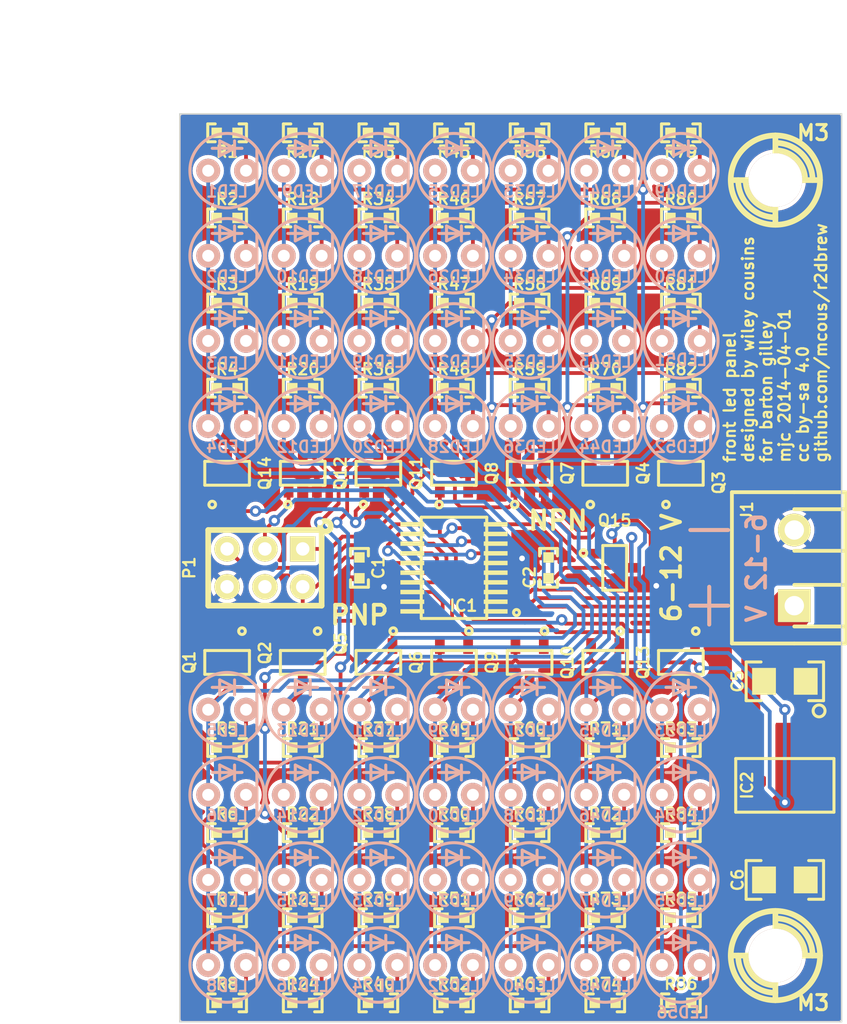
<source format=kicad_pcb>
(kicad_pcb (version 20221018) (generator pcbnew)
  (title_block (title "r2dbrew front LED panel") (date "01 Apr 2014") (rev "0.1") (company "Wiley Cousins, LLC for Barton Gilley") (comment 1 "released under the terms of the CC BY-SA 4.0 license") (comment 2 "open source hardware") (comment 3 "github.com/mcous/r2dbrew"))
  (layers (0 "F.Cu" signal) (31 "B.Cu" signal) (34 "B.Paste" user) (35 "F.Paste" user) (36 "B.SilkS" user) (37 "F.SilkS" user) (38 "B.Mask" user) (39 "F.Mask" user) (44 "Edge.Cuts" user))
  (net 0 "")
  (net 1 "/AVR_RST")
  (net 2 "/beer2d2 front LED panel/AVR_C0")
  (net 3 "/beer2d2 front LED panel/AVR_C1")
  (net 4 "/beer2d2 front LED panel/AVR_C2")
  (net 5 "/beer2d2 front LED panel/AVR_C3")
  (net 6 "/beer2d2 front LED panel/AVR_C4")
  (net 7 "/beer2d2 front LED panel/AVR_C5")
  (net 8 "/beer2d2 front LED panel/AVR_C6")
  (net 9 "/beer2d2 front LED panel/AVR_R0")
  (net 10 "/beer2d2 front LED panel/AVR_R1")
  (net 11 "/beer2d2 front LED panel/AVR_R2")
  (net 12 "/beer2d2 front LED panel/AVR_R3")
  (net 13 "/beer2d2 front LED panel/AVR_R4")
  (net 14 "/beer2d2 front LED panel/AVR_R5")
  (net 15 "/beer2d2 front LED panel/AVR_R6")
  (net 16 "/beer2d2 front LED panel/AVR_R7")
  (net 17 "/beer2d2 front LED panel/COL0")
  (net 18 "/beer2d2 front LED panel/COL1")
  (net 19 "/beer2d2 front LED panel/COL2")
  (net 20 "/beer2d2 front LED panel/COL3")
  (net 21 "/beer2d2 front LED panel/COL4")
  (net 22 "/beer2d2 front LED panel/COL5")
  (net 23 "/beer2d2 front LED panel/COL6")
  (net 24 "/beer2d2 front LED panel/ROW0")
  (net 25 "/beer2d2 front LED panel/ROW1")
  (net 26 "/beer2d2 front LED panel/ROW2")
  (net 27 "/beer2d2 front LED panel/ROW3")
  (net 28 "/beer2d2 front LED panel/ROW4")
  (net 29 "/beer2d2 front LED panel/ROW5")
  (net 30 "/beer2d2 front LED panel/ROW6")
  (net 31 "/beer2d2 front LED panel/ROW7")
  (net 32 "GND")
  (net 33 "VCC")
  (net 34 "Net-(C5-Pad1)")
  (net 35 "Net-(LED1-Pad1)")
  (net 36 "Net-(LED2-Pad1)")
  (net 37 "Net-(LED3-Pad1)")
  (net 38 "Net-(LED4-Pad1)")
  (net 39 "Net-(LED5-Pad1)")
  (net 40 "Net-(LED6-Pad1)")
  (net 41 "Net-(LED7-Pad1)")
  (net 42 "Net-(LED8-Pad1)")
  (net 43 "Net-(LED9-Pad1)")
  (net 44 "Net-(LED10-Pad1)")
  (net 45 "Net-(LED11-Pad1)")
  (net 46 "Net-(LED12-Pad1)")
  (net 47 "Net-(LED13-Pad1)")
  (net 48 "Net-(LED14-Pad1)")
  (net 49 "Net-(LED15-Pad1)")
  (net 50 "Net-(LED16-Pad1)")
  (net 51 "Net-(LED17-Pad1)")
  (net 52 "Net-(LED18-Pad1)")
  (net 53 "Net-(LED19-Pad1)")
  (net 54 "Net-(LED20-Pad1)")
  (net 55 "Net-(LED21-Pad1)")
  (net 56 "Net-(LED22-Pad1)")
  (net 57 "Net-(LED23-Pad1)")
  (net 58 "Net-(LED24-Pad1)")
  (net 59 "Net-(LED25-Pad1)")
  (net 60 "Net-(LED26-Pad1)")
  (net 61 "Net-(LED27-Pad1)")
  (net 62 "Net-(LED28-Pad1)")
  (net 63 "Net-(LED29-Pad1)")
  (net 64 "Net-(LED30-Pad1)")
  (net 65 "Net-(LED31-Pad1)")
  (net 66 "Net-(LED32-Pad1)")
  (net 67 "Net-(LED33-Pad1)")
  (net 68 "Net-(LED34-Pad1)")
  (net 69 "Net-(LED35-Pad1)")
  (net 70 "Net-(LED36-Pad1)")
  (net 71 "Net-(LED37-Pad1)")
  (net 72 "Net-(LED38-Pad1)")
  (net 73 "Net-(LED39-Pad1)")
  (net 74 "Net-(LED40-Pad1)")
  (net 75 "Net-(LED41-Pad1)")
  (net 76 "Net-(LED42-Pad1)")
  (net 77 "Net-(LED43-Pad1)")
  (net 78 "Net-(LED44-Pad1)")
  (net 79 "Net-(LED45-Pad1)")
  (net 80 "Net-(LED46-Pad1)")
  (net 81 "Net-(LED47-Pad1)")
  (net 82 "Net-(LED48-Pad1)")
  (net 83 "Net-(LED49-Pad1)")
  (net 84 "Net-(LED50-Pad1)")
  (net 85 "Net-(LED51-Pad1)")
  (net 86 "Net-(LED52-Pad1)")
  (net 87 "Net-(LED53-Pad1)")
  (net 88 "Net-(LED54-Pad1)")
  (net 89 "Net-(LED55-Pad1)")
  (net 90 "Net-(LED56-Pad1)")
  (footprint "M3" (layer "F.Cu") (at 151.765 130.175)
    (fp_text reference "M3")
    (fp_text value "VAL**" hide)
  )
  (footprint "M3" (layer "F.Cu") (at 151.765 78.105)
    (fp_text reference "M3")
    (fp_text value "VAL**" hide)
  )
  (footprint "passive-smd:0603(1608m)" (layer "F.Cu") (at 123.825 104.14 90)
    (fp_text reference "C1")
    (fp_text value "0.1uF" hide)
  )
  (footprint "passive-smd:0603(1608m)" (layer "F.Cu") (at 136.525 104.14 -90)
    (fp_text reference "C2")
    (fp_text value "0.1uF" hide)
  )
  (footprint "passive-smd:1206(3216m)" (layer "F.Cu") (at 152.4 111.76)
    (fp_text reference "C5")
    (fp_text value "10uF" hide)
  )
  (footprint "passive-smd:1206(3216m)" (layer "F.Cu") (at 152.4 125.095 180)
    (fp_text reference "C6")
    (fp_text value "22uF" hide)
  )
  (footprint "sop:TSSOP20" (layer "F.Cu") (at 130.175 104.14 180)
    (fp_text reference "IC1")
    (fp_text value "ATTINY167" hide)
  )
  (footprint "sot:SOT223" (layer "F.Cu") (at 152.4 118.745 -90)
    (fp_text reference "IC2")
    (fp_text value "LM1117" hide)
  )
  (footprint "connect-thru:1x2-SCREW-TERM_P200mil" (layer "F.Cu") (at 153.035 104.14 90)
    (fp_text reference "J1")
    (fp_text value "6-12V" hide)
  )
  (footprint "connect-thru:2x3-ARRAY_P100mil" (layer "F.Cu") (at 117.475 104.14 -90)
    (fp_text reference "P1")
    (fp_text value "AVR_ISP" hide)
  )
  (footprint "sot:SOT23" (layer "F.Cu") (at 114.935 110.49 -90)
    (fp_text reference "Q1")
    (fp_text value "DDTB113ZC" hide)
  )
  (footprint "sot:SOT23" (layer "F.Cu") (at 120.015 110.49 -90)
    (fp_text reference "Q2")
    (fp_text value "DDTB113ZC" hide)
  )
  (footprint "sot:SOT23" (layer "F.Cu") (at 145.415 97.79 90)
    (fp_text reference "Q3")
    (fp_text value "DDTD113ZC" hide)
  )
  (footprint "sot:SOT23" (layer "F.Cu") (at 140.335 97.79 90)
    (fp_text reference "Q4")
    (fp_text value "DDTD113ZC" hide)
  )
  (footprint "sot:SOT23" (layer "F.Cu") (at 125.095 110.49 -90)
    (fp_text reference "Q5")
    (fp_text value "DDTB113ZC" hide)
  )
  (footprint "sot:SOT23" (layer "F.Cu") (at 130.175 110.49 -90)
    (fp_text reference "Q6")
    (fp_text value "DDTB113ZC" hide)
  )
  (footprint "sot:SOT23" (layer "F.Cu") (at 135.255 97.79 90)
    (fp_text reference "Q7")
    (fp_text value "DDTD113ZC" hide)
  )
  (footprint "sot:SOT23" (layer "F.Cu") (at 130.175 97.79 90)
    (fp_text reference "Q8")
    (fp_text value "DDTD113ZC" hide)
  )
  (footprint "sot:SOT23" (layer "F.Cu") (at 135.255 110.49 -90)
    (fp_text reference "Q9")
    (fp_text value "DDTB113ZC" hide)
  )
  (footprint "sot:SOT23" (layer "F.Cu") (at 140.335 110.49 -90)
    (fp_text reference "Q10")
    (fp_text value "DDTB113ZC" hide)
  )
  (footprint "sot:SOT23" (layer "F.Cu") (at 125.095 97.79 90)
    (fp_text reference "Q11")
    (fp_text value "DDTD113ZC" hide)
  )
  (footprint "sot:SOT23" (layer "F.Cu") (at 120.015 97.79 90)
    (fp_text reference "Q12")
    (fp_text value "DDTD113ZC" hide)
  )
  (footprint "sot:SOT23" (layer "F.Cu") (at 145.415 110.49 -90)
    (fp_text reference "Q13")
    (fp_text value "DDTB113ZC" hide)
  )
  (footprint "sot:SOT23" (layer "F.Cu") (at 114.935 97.79 90)
    (fp_text reference "Q14")
    (fp_text value "DDTD113ZC" hide)
  )
  (footprint "sot:SOT23" (layer "F.Cu") (at 140.97 104.14)
    (fp_text reference "Q15")
    (fp_text value "DDTD113ZC" hide)
  )
  (footprint "passive-smd:0603(1608m)" (layer "F.Cu") (at 114.935 74.93 180)
    (fp_text reference "R1")
    (fp_text value "68Ω" hide)
  )
  (footprint "passive-smd:0603(1608m)" (layer "F.Cu") (at 114.935 80.645 180)
    (fp_text reference "R2")
    (fp_text value "68Ω" hide)
  )
  (footprint "passive-smd:0603(1608m)" (layer "F.Cu") (at 114.935 86.36 180)
    (fp_text reference "R3")
    (fp_text value "68Ω" hide)
  )
  (footprint "passive-smd:0603(1608m)" (layer "F.Cu") (at 114.935 92.075 180)
    (fp_text reference "R4")
    (fp_text value "68Ω" hide)
  )
  (footprint "passive-smd:0603(1608m)" (layer "F.Cu") (at 114.935 116.205 180)
    (fp_text reference "R5")
    (fp_text value "68Ω" hide)
  )
  (footprint "passive-smd:0603(1608m)" (layer "F.Cu") (at 114.935 121.92 180)
    (fp_text reference "R6")
    (fp_text value "68Ω" hide)
  )
  (footprint "passive-smd:0603(1608m)" (layer "F.Cu") (at 114.935 127.635 180)
    (fp_text reference "R7")
    (fp_text value "68Ω" hide)
  )
  (footprint "passive-smd:0603(1608m)" (layer "F.Cu") (at 114.935 133.35 180)
    (fp_text reference "R8")
    (fp_text value "68Ω" hide)
  )
  (footprint "passive-smd:0603(1608m)" (layer "F.Cu") (at 120.015 74.93 180)
    (fp_text reference "R17")
    (fp_text value "68Ω" hide)
  )
  (footprint "passive-smd:0603(1608m)" (layer "F.Cu") (at 120.015 80.645 180)
    (fp_text reference "R18")
    (fp_text value "68Ω" hide)
  )
  (footprint "passive-smd:0603(1608m)" (layer "F.Cu") (at 120.015 86.36 180)
    (fp_text reference "R19")
    (fp_text value "68Ω" hide)
  )
  (footprint "passive-smd:0603(1608m)" (layer "F.Cu") (at 120.015 92.075 180)
    (fp_text reference "R20")
    (fp_text value "68Ω" hide)
  )
  (footprint "passive-smd:0603(1608m)" (layer "F.Cu") (at 120.015 116.205 180)
    (fp_text reference "R21")
    (fp_text value "68Ω" hide)
  )
  (footprint "passive-smd:0603(1608m)" (layer "F.Cu") (at 120.015 121.92 180)
    (fp_text reference "R22")
    (fp_text value "68Ω" hide)
  )
  (footprint "passive-smd:0603(1608m)" (layer "F.Cu") (at 120.015 127.635 180)
    (fp_text reference "R23")
    (fp_text value "68Ω" hide)
  )
  (footprint "passive-smd:0603(1608m)" (layer "F.Cu") (at 120.015 133.35 180)
    (fp_text reference "R24")
    (fp_text value "68Ω" hide)
  )
  (footprint "passive-smd:0603(1608m)" (layer "F.Cu") (at 125.095 74.93 180)
    (fp_text reference "R33")
    (fp_text value "68Ω" hide)
  )
  (footprint "passive-smd:0603(1608m)" (layer "F.Cu") (at 125.095 80.645 180)
    (fp_text reference "R34")
    (fp_text value "68Ω" hide)
  )
  (footprint "passive-smd:0603(1608m)" (layer "F.Cu") (at 125.095 86.36 180)
    (fp_text reference "R35")
    (fp_text value "68Ω" hide)
  )
  (footprint "passive-smd:0603(1608m)" (layer "F.Cu") (at 125.095 92.075 180)
    (fp_text reference "R36")
    (fp_text value "68Ω" hide)
  )
  (footprint "passive-smd:0603(1608m)" (layer "F.Cu") (at 125.095 116.205 180)
    (fp_text reference "R37")
    (fp_text value "68Ω" hide)
  )
  (footprint "passive-smd:0603(1608m)" (layer "F.Cu") (at 125.095 121.92 180)
    (fp_text reference "R38")
    (fp_text value "68Ω" hide)
  )
  (footprint "passive-smd:0603(1608m)" (layer "F.Cu") (at 125.095 127.635 180)
    (fp_text reference "R39")
    (fp_text value "68Ω" hide)
  )
  (footprint "passive-smd:0603(1608m)" (layer "F.Cu") (at 125.095 133.35 180)
    (fp_text reference "R40")
    (fp_text value "68Ω" hide)
  )
  (footprint "passive-smd:0603(1608m)" (layer "F.Cu") (at 130.175 74.93 180)
    (fp_text reference "R45")
    (fp_text value "68Ω" hide)
  )
  (footprint "passive-smd:0603(1608m)" (layer "F.Cu") (at 130.175 80.645 180)
    (fp_text reference "R46")
    (fp_text value "68Ω" hide)
  )
  (footprint "passive-smd:0603(1608m)" (layer "F.Cu") (at 130.175 86.36 180)
    (fp_text reference "R47")
    (fp_text value "68Ω" hide)
  )
  (footprint "passive-smd:0603(1608m)" (layer "F.Cu") (at 130.175 92.075 180)
    (fp_text reference "R48")
    (fp_text value "68Ω" hide)
  )
  (footprint "passive-smd:0603(1608m)" (layer "F.Cu") (at 130.175 116.205 180)
    (fp_text reference "R49")
    (fp_text value "68Ω" hide)
  )
  (footprint "passive-smd:0603(1608m)" (layer "F.Cu") (at 130.175 121.92 180)
    (fp_text reference "R50")
    (fp_text value "68Ω" hide)
  )
  (footprint "passive-smd:0603(1608m)" (layer "F.Cu") (at 130.175 127.635 180)
    (fp_text reference "R51")
    (fp_text value "68Ω" hide)
  )
  (footprint "passive-smd:0603(1608m)" (layer "F.Cu") (at 130.175 133.35 180)
    (fp_text reference "R52")
    (fp_text value "68Ω" hide)
  )
  (footprint "passive-smd:0603(1608m)" (layer "F.Cu") (at 135.255 74.93 180)
    (fp_text reference "R56")
    (fp_text value "68Ω" hide)
  )
  (footprint "passive-smd:0603(1608m)" (layer "F.Cu") (at 135.255 80.645 180)
    (fp_text reference "R57")
    (fp_text value "68Ω" hide)
  )
  (footprint "passive-smd:0603(1608m)" (layer "F.Cu") (at 135.255 86.36 180)
    (fp_text reference "R58")
    (fp_text value "68Ω" hide)
  )
  (footprint "passive-smd:0603(1608m)" (layer "F.Cu") (at 135.255 92.075 180)
    (fp_text reference "R59")
    (fp_text value "68Ω" hide)
  )
  (footprint "passive-smd:0603(1608m)" (layer "F.Cu") (at 135.255 116.205 180)
    (fp_text reference "R60")
    (fp_text value "68Ω" hide)
  )
  (footprint "passive-smd:0603(1608m)" (layer "F.Cu") (at 135.255 121.92 180)
    (fp_text reference "R61")
    (fp_text value "68Ω" hide)
  )
  (footprint "passive-smd:0603(1608m)" (layer "F.Cu") (at 135.255 127.635 180)
    (fp_text reference "R62")
    (fp_text value "68Ω" hide)
  )
  (footprint "passive-smd:0603(1608m)" (layer "F.Cu") (at 135.255 133.35 180)
    (fp_text reference "R63")
    (fp_text value "68Ω" hide)
  )
  (footprint "passive-smd:0603(1608m)" (layer "F.Cu") (at 140.335 74.93 180)
    (fp_text reference "R67")
    (fp_text value "68Ω" hide)
  )
  (footprint "passive-smd:0603(1608m)" (layer "F.Cu") (at 140.335 80.645 180)
    (fp_text reference "R68")
    (fp_text value "68Ω" hide)
  )
  (footprint "passive-smd:0603(1608m)" (layer "F.Cu") (at 140.335 86.36 180)
    (fp_text reference "R69")
    (fp_text value "68Ω" hide)
  )
  (footprint "passive-smd:0603(1608m)" (layer "F.Cu") (at 140.335 92.075 180)
    (fp_text reference "R70")
    (fp_text value "68Ω" hide)
  )
  (footprint "passive-smd:0603(1608m)" (layer "F.Cu") (at 140.335 116.205 180)
    (fp_text reference "R71")
    (fp_text value "68Ω" hide)
  )
  (footprint "passive-smd:0603(1608m)" (layer "F.Cu") (at 140.335 121.92 180)
    (fp_text reference "R72")
    (fp_text value "68Ω" hide)
  )
  (footprint "passive-smd:0603(1608m)" (layer "F.Cu") (at 140.335 127.635 180)
    (fp_text reference "R73")
    (fp_text value "68Ω" hide)
  )
  (footprint "passive-smd:0603(1608m)" (layer "F.Cu") (at 140.335 133.35 180)
    (fp_text reference "R74")
    (fp_text value "68Ω" hide)
  )
  (footprint "passive-smd:0603(1608m)" (layer "F.Cu") (at 145.415 74.93 180)
    (fp_text reference "R79")
    (fp_text value "68Ω" hide)
  )
  (footprint "passive-smd:0603(1608m)" (layer "F.Cu") (at 145.415 80.645 180)
    (fp_text reference "R80")
    (fp_text value "68Ω" hide)
  )
  (footprint "passive-smd:0603(1608m)" (layer "F.Cu") (at 145.415 86.36 180)
    (fp_text reference "R81")
    (fp_text value "68Ω" hide)
  )
  (footprint "passive-smd:0603(1608m)" (layer "F.Cu") (at 145.415 92.075 180)
    (fp_text reference "R82")
    (fp_text value "68Ω" hide)
  )
  (footprint "passive-smd:0603(1608m)" (layer "F.Cu") (at 145.415 116.205 180)
    (fp_text reference "R83")
    (fp_text value "68Ω" hide)
  )
  (footprint "passive-smd:0603(1608m)" (layer "F.Cu") (at 145.415 121.92 180)
    (fp_text reference "R84")
    (fp_text value "68Ω" hide)
  )
  (footprint "passive-smd:0603(1608m)" (layer "F.Cu") (at 145.415 127.635 180)
    (fp_text reference "R85")
    (fp_text value "68Ω" hide)
  )
  (footprint "passive-smd:0603(1608m)" (layer "F.Cu") (at 145.415 133.35 180)
    (fp_text reference "R86")
    (fp_text value "68Ω" hide)
  )
  (footprint "led:5mm-THRU-LED" (layer "B.Cu") (at 114.935 77.47 180)
    (fp_text reference "LED1")
    (fp_text value "LED" hide)
  )
  (footprint "led:5mm-THRU-LED" (layer "B.Cu") (at 114.935 83.185 180)
    (fp_text reference "LED2")
    (fp_text value "LED" hide)
  )
  (footprint "led:5mm-THRU-LED" (layer "B.Cu") (at 114.935 88.9 180)
    (fp_text reference "LED3")
    (fp_text value "LED" hide)
  )
  (footprint "led:5mm-THRU-LED" (layer "B.Cu") (at 114.935 94.615 180)
    (fp_text reference "LED4")
    (fp_text value "LED" hide)
  )
  (footprint "led:5mm-THRU-LED" (layer "B.Cu") (at 114.935 113.665 180)
    (fp_text reference "LED5")
    (fp_text value "LED" hide)
  )
  (footprint "led:5mm-THRU-LED" (layer "B.Cu") (at 114.935 119.38 180)
    (fp_text reference "LED6")
    (fp_text value "LED" hide)
  )
  (footprint "led:5mm-THRU-LED" (layer "B.Cu") (at 114.935 125.095 180)
    (fp_text reference "LED7")
    (fp_text value "LED" hide)
  )
  (footprint "led:5mm-THRU-LED" (layer "B.Cu") (at 114.935 130.81 180)
    (fp_text reference "LED8")
    (fp_text value "LED" hide)
  )
  (footprint "led:5mm-THRU-LED" (layer "B.Cu") (at 120.015 77.47 180)
    (fp_text reference "LED9")
    (fp_text value "LED" hide)
  )
  (footprint "led:5mm-THRU-LED" (layer "B.Cu") (at 120.015 83.185 180)
    (fp_text reference "LED10")
    (fp_text value "LED" hide)
  )
  (footprint "led:5mm-THRU-LED" (layer "B.Cu") (at 120.015 88.9 180)
    (fp_text reference "LED11")
    (fp_text value "LED" hide)
  )
  (footprint "led:5mm-THRU-LED" (layer "B.Cu") (at 120.015 94.615 180)
    (fp_text reference "LED12")
    (fp_text value "LED" hide)
  )
  (footprint "led:5mm-THRU-LED" (layer "B.Cu") (at 120.015 113.665 180)
    (fp_text reference "LED13")
    (fp_text value "LED" hide)
  )
  (footprint "led:5mm-THRU-LED" (layer "B.Cu") (at 120.015 119.38 180)
    (fp_text reference "LED14")
    (fp_text value "LED" hide)
  )
  (footprint "led:5mm-THRU-LED" (layer "B.Cu") (at 120.015 125.095 180)
    (fp_text reference "LED15")
    (fp_text value "LED" hide)
  )
  (footprint "led:5mm-THRU-LED" (layer "B.Cu") (at 120.015 130.81 180)
    (fp_text reference "LED16")
    (fp_text value "LED" hide)
  )
  (footprint "led:5mm-THRU-LED" (layer "B.Cu") (at 125.095 77.47 180)
    (fp_text reference "LED17")
    (fp_text value "LED" hide)
  )
  (footprint "led:5mm-THRU-LED" (layer "B.Cu") (at 125.095 83.185 180)
    (fp_text reference "LED18")
    (fp_text value "LED" hide)
  )
  (footprint "led:5mm-THRU-LED" (layer "B.Cu") (at 125.095 88.9 180)
    (fp_text reference "LED19")
    (fp_text value "LED" hide)
  )
  (footprint "led:5mm-THRU-LED" (layer "B.Cu") (at 125.095 94.615 180)
    (fp_text reference "LED20")
    (fp_text value "LED" hide)
  )
  (footprint "led:5mm-THRU-LED" (layer "B.Cu") (at 125.095 113.665 180)
    (fp_text reference "LED21")
    (fp_text value "LED" hide)
  )
  (footprint "led:5mm-THRU-LED" (layer "B.Cu") (at 125.095 119.38 180)
    (fp_text reference "LED22")
    (fp_text value "LED" hide)
  )
  (footprint "led:5mm-THRU-LED" (layer "B.Cu") (at 125.095 125.095 180)
    (fp_text reference "LED23")
    (fp_text value "LED" hide)
  )
  (footprint "led:5mm-THRU-LED" (layer "B.Cu") (at 125.095 130.81 180)
    (fp_text reference "LED24")
    (fp_text value "LED" hide)
  )
  (footprint "led:5mm-THRU-LED" (layer "B.Cu") (at 130.175 77.47 180)
    (fp_text reference "LED25")
    (fp_text value "LED" hide)
  )
  (footprint "led:5mm-THRU-LED" (layer "B.Cu") (at 130.175 83.185 180)
    (fp_text reference "LED26")
    (fp_text value "LED" hide)
  )
  (footprint "led:5mm-THRU-LED" (layer "B.Cu") (at 130.175 88.9 180)
    (fp_text reference "LED27")
    (fp_text value "LED" hide)
  )
  (footprint "led:5mm-THRU-LED" (layer "B.Cu") (at 130.175 94.615 180)
    (fp_text reference "LED28")
    (fp_text value "LED" hide)
  )
  (footprint "led:5mm-THRU-LED" (layer "B.Cu") (at 130.175 113.665 180)
    (fp_text reference "LED29")
    (fp_text value "LED" hide)
  )
  (footprint "led:5mm-THRU-LED" (layer "B.Cu") (at 130.175 119.38 180)
    (fp_text reference "LED30")
    (fp_text value "LED" hide)
  )
  (footprint "led:5mm-THRU-LED" (layer "B.Cu") (at 130.175 125.095 180)
    (fp_text reference "LED31")
    (fp_text value "LED" hide)
  )
  (footprint "led:5mm-THRU-LED" (layer "B.Cu") (at 130.175 130.81 180)
    (fp_text reference "LED32")
    (fp_text value "LED" hide)
  )
  (footprint "led:5mm-THRU-LED" (layer "B.Cu") (at 135.255 77.47 180)
    (fp_text reference "LED33")
    (fp_text value "LED" hide)
  )
  (footprint "led:5mm-THRU-LED" (layer "B.Cu") (at 135.255 83.185 180)
    (fp_text reference "LED34")
    (fp_text value "LED" hide)
  )
  (footprint "led:5mm-THRU-LED" (layer "B.Cu") (at 135.255 88.9 180)
    (fp_text reference "LED35")
    (fp_text value "LED" hide)
  )
  (footprint "led:5mm-THRU-LED" (layer "B.Cu") (at 135.255 94.615 180)
    (fp_text reference "LED36")
    (fp_text value "LED" hide)
  )
  (footprint "led:5mm-THRU-LED" (layer "B.Cu") (at 135.255 113.665 180)
    (fp_text reference "LED37")
    (fp_text value "LED" hide)
  )
  (footprint "led:5mm-THRU-LED" (layer "B.Cu") (at 135.255 119.38 180)
    (fp_text reference "LED38")
    (fp_text value "LED" hide)
  )
  (footprint "led:5mm-THRU-LED" (layer "B.Cu") (at 135.255 125.095 180)
    (fp_text reference "LED39")
    (fp_text value "LED" hide)
  )
  (footprint "led:5mm-THRU-LED" (layer "B.Cu") (at 135.255 130.81 180)
    (fp_text reference "LED40")
    (fp_text value "LED" hide)
  )
  (footprint "led:5mm-THRU-LED" (layer "B.Cu") (at 140.335 77.47 180)
    (fp_text reference "LED41")
    (fp_text value "LED" hide)
  )
  (footprint "led:5mm-THRU-LED" (layer "B.Cu") (at 140.335 83.185 180)
    (fp_text reference "LED42")
    (fp_text value "LED" hide)
  )
  (footprint "led:5mm-THRU-LED" (layer "B.Cu") (at 140.335 88.9 180)
    (fp_text reference "LED43")
    (fp_text value "LED" hide)
  )
  (footprint "led:5mm-THRU-LED" (layer "B.Cu") (at 140.335 94.615 180)
    (fp_text reference "LED44")
    (fp_text value "LED" hide)
  )
  (footprint "led:5mm-THRU-LED" (layer "B.Cu") (at 140.335 113.665 180)
    (fp_text reference "LED45")
    (fp_text value "LED" hide)
  )
  (footprint "led:5mm-THRU-LED" (layer "B.Cu") (at 140.335 119.38 180)
    (fp_text reference "LED46")
    (fp_text value "LED" hide)
  )
  (footprint "led:5mm-THRU-LED" (layer "B.Cu") (at 140.335 125.095 180)
    (fp_text reference "LED47")
    (fp_text value "LED" hide)
  )
  (footprint "led:5mm-THRU-LED" (layer "B.Cu") (at 140.335 130.81 180)
    (fp_text reference "LED48")
    (fp_text value "LED" hide)
  )
  (footprint "led:5mm-THRU-LED" (layer "B.Cu") (at 145.415 77.47 180)
    (fp_text reference "LED49")
    (fp_text value "LED" hide)
  )
  (footprint "led:5mm-THRU-LED" (layer "B.Cu") (at 145.415 83.185 180)
    (fp_text reference "LED50")
    (fp_text value "LED" hide)
  )
  (footprint "led:5mm-THRU-LED" (layer "B.Cu") (at 145.415 88.9 180)
    (fp_text reference "LED51")
    (fp_text value "LED" hide)
  )
  (footprint "led:5mm-THRU-LED" (layer "B.Cu") (at 145.415 94.615 180)
    (fp_text reference "LED52")
    (fp_text value "LED" hide)
  )
  (footprint "led:5mm-THRU-LED" (layer "B.Cu") (at 145.415 113.665 180)
    (fp_text reference "LED53")
    (fp_text value "LED" hide)
  )
  (footprint "led:5mm-THRU-LED" (layer "B.Cu") (at 145.415 119.38 180)
    (fp_text reference "LED54")
    (fp_text value "LED" hide)
  )
  (footprint "led:5mm-THRU-LED" (layer "B.Cu") (at 145.415 125.095 180)
    (fp_text reference "LED55")
    (fp_text value "LED" hide)
  )
  (footprint "led:5mm-THRU-LED" (layer "B.Cu") (at 145.415 130.81 180)
    (fp_text reference "LED56")
    (fp_text value "LED" hide)
  )
  (gr_line (start 147.32 107.95) (end 147.32 105.41) (stroke (width 0.254)) (layer "B.SilkS"))
  (gr_line (start 146.05 106.68) (end 148.59 106.68) (stroke (width 0.254)) (layer "B.SilkS"))
  (gr_line (start 146.05 101.6) (end 148.59 101.6) (stroke (width 0.254)) (layer "B.SilkS"))
  (gr_line (start 147.32 107.95) (end 147.32 105.41) (stroke (width 0.254)) (layer "F.SilkS"))
  (gr_line (start 146.05 106.68) (end 148.59 106.68) (stroke (width 0.254)) (layer "F.SilkS"))
  (gr_line (start 148.59 101.6) (end 146.05 101.6) (stroke (width 0.254)) (layer "F.SilkS"))
  (gr_line (start 156.21 134.62) (end 111.76 134.62) (stroke (width 0.1)) (layer "Edge.Cuts"))
  (gr_line (start 156.21 73.66) (end 111.76 73.66) (stroke (width 0.1)) (layer "Edge.Cuts"))
  (gr_line (start 111.76 73.66) (end 111.76 134.62) (stroke (width 0.1)) (layer "Edge.Cuts"))
  (gr_line (start 156.21 73.66) (end 156.21 134.62) (stroke (width 0.1)) (layer "Edge.Cuts"))
  (gr_text "6-12 V" (at 150.495 104.14 90) (layer "B.SilkS") (effects (font (size 1.27 1.27) (thickness 0.254)) (justify mirror)))
  (gr_text "PNP" (at 123.825 107.315) (layer "F.SilkS") (effects (font (size 1.27 1.27) (thickness 0.254))))
  (gr_text "front led panel\ndesigned by wiley cousins\nfor barton gilley\nmjc 2014-04-01\ncc by-sa 4.0\ngithub.com/mcous/r2dbrew" (at 151.765 97.155 90) (layer "F.SilkS") (effects (font (size 0.762 0.762) (thickness 0.1524)) (justify left)))
  (gr_text "6-12 V" (at 144.78 104.14 90) (layer "F.SilkS") (effects (font (size 1.27 1.27) (thickness 0.254))))
  (gr_text "NPN" (at 137.16 100.965) (layer "F.SilkS") (effects (font (size 1.27 1.27) (thickness 0.254))))
  (gr_text "NPN" (at 135.255 101.6) (layer "F.SilkS") (effects (font (size 0.127 0.127))))
  (segment (start 116.205 104.14) (end 120.777 104.14) (width 0.254) (layer "F.Cu") (net 1))
  (segment (start 121.412 104.14) (end 122.4915 103.0605) (width 0.254) (layer "F.Cu") (net 1))
  (segment (start 122.4915 103.0605) (end 122.936 102.616) (width 0.254) (layer "F.Cu") (net 1))
  (segment (start 126.115 101.215) (end 124.714 102.616) (width 0.254) (layer "F.Cu") (net 1))
  (segment (start 124.714 102.616) (end 122.936 102.616) (width 0.254) (layer "F.Cu") (net 1))
  (segment (start 120.777 104.14) (end 121.412 104.14) (width 0.254) (layer "F.Cu") (net 1))
  (segment (start 114.935 102.87) (end 116.205 104.14) (width 0.254) (layer "F.Cu") (net 1))
  (segment (start 127.375 101.215) (end 126.115 101.215) (width 0.254) (layer "F.Cu") (net 1))
  (segment (start 115.885 108.524) (end 116.332 108.077) (width 0.254) (layer "F.Cu") (net 2))
  (segment (start 116.332 108.077) (end 120.142 108.077) (width 0.254) (layer "F.Cu") (net 2))
  (segment (start 120.142 108.077) (end 121.154 107.065) (width 0.254) (layer "F.Cu") (net 2))
  (segment (start 127.375 107.065) (end 121.154 107.065) (width 0.254) (layer "F.Cu") (net 2))
  (segment (start 115.885 109.39) (end 115.885 108.524) (width 0.254) (layer "F.Cu") (net 2))
  (segment (start 120.965 108.143) (end 121.412 107.696) (width 0.254) (layer "F.Cu") (net 3))
  (segment (start 121.412 107.696) (end 128.524 107.696) (width 0.254) (layer "F.Cu") (net 3))
  (segment (start 128.524 107.696) (end 128.778 107.442) (width 0.254) (layer "F.Cu") (net 3))
  (segment (start 128.778 107.442) (end 128.778 106.68) (width 0.254) (layer "F.Cu") (net 3))
  (segment (start 128.778 106.68) (end 128.513 106.415) (width 0.254) (layer "F.Cu") (net 3))
  (segment (start 128.513 106.415) (end 127.375 106.415) (width 0.254) (layer "F.Cu") (net 3))
  (segment (start 120.965 109.39) (end 120.965 108.143) (width 0.254) (layer "F.Cu") (net 3))
  (segment (start 128.752 105.765) (end 129.413 106.426) (width 0.254) (layer "F.Cu") (net 4))
  (segment (start 129.413 106.426) (end 129.413 107.696) (width 0.254) (layer "F.Cu") (net 4))
  (segment (start 129.413 107.696) (end 128.778 108.331) (width 0.254) (layer "F.Cu") (net 4))
  (segment (start 128.778 108.331) (end 126.365 108.331) (width 0.254) (layer "F.Cu") (net 4))
  (segment (start 126.365 108.331) (end 126.045 108.651) (width 0.254) (layer "F.Cu") (net 4))
  (segment (start 126.045 108.651) (end 126.045 109.39) (width 0.254) (layer "F.Cu") (net 4))
  (segment (start 127.375 105.765) (end 128.752 105.765) (width 0.254) (layer "F.Cu") (net 4))
  (segment (start 128.991 105.115) (end 130.048 106.172) (width 0.254) (layer "F.Cu") (net 5))
  (segment (start 130.048 106.172) (end 130.048 107.696) (width 0.254) (layer "F.Cu") (net 5))
  (segment (start 130.048 107.696) (end 131.125 108.773) (width 0.254) (layer "F.Cu") (net 5))
  (segment (start 131.125 108.773) (end 131.125 109.39) (width 0.254) (layer "F.Cu") (net 5))
  (segment (start 127.375 105.115) (end 128.991 105.115) (width 0.254) (layer "F.Cu") (net 5))
  (segment (start 136.205 108.646) (end 135.89 108.331) (width 0.254) (layer "F.Cu") (net 6))
  (segment (start 135.89 108.331) (end 131.445 108.331) (width 0.254) (layer "F.Cu") (net 6))
  (segment (start 131.445 108.331) (end 130.683 107.569) (width 0.254) (layer "F.Cu") (net 6))
  (segment (start 130.683 107.569) (end 130.683 105.918) (width 0.254) (layer "F.Cu") (net 6))
  (segment (start 130.683 105.918) (end 129.032 104.267) (width 0.254) (layer "F.Cu") (net 6))
  (segment (start 129.032 104.267) (end 129.032 103.505) (width 0.254) (layer "F.Cu") (net 6))
  (segment (start 129.032 103.505) (end 128.692 103.165) (width 0.254) (layer "F.Cu") (net 6))
  (segment (start 128.692 103.165) (end 127.375 103.165) (width 0.254) (layer "F.Cu") (net 6))
  (segment (start 136.205 109.39) (end 136.205 108.646) (width 0.254) (layer "F.Cu") (net 6))
  (segment (start 128.804 102.515) (end 129.667 103.378) (width 0.254) (layer "F.Cu") (net 7))
  (segment (start 129.667 103.378) (end 129.667 104.013) (width 0.254) (layer "F.Cu") (net 7))
  (segment (start 129.667 104.013) (end 131.318 105.664) (width 0.254) (layer "F.Cu") (net 7))
  (segment (start 131.318 105.664) (end 131.318 107.442) (width 0.254) (layer "F.Cu") (net 7))
  (segment (start 131.318 107.442) (end 131.572 107.696) (width 0.254) (layer "F.Cu") (net 7))
  (segment (start 131.572 107.696) (end 134.62 107.696) (width 0.254) (layer "F.Cu") (net 7))
  (segment (start 141.285 108.9) (end 140.843 108.458) (width 0.254) (layer "F.Cu") (net 7))
  (segment (start 136.271 107.696) (end 137.033 108.458) (width 0.254) (layer "F.Cu") (net 7))
  (segment (start 137.033 108.458) (end 140.843 108.458) (width 0.254) (layer "F.Cu") (net 7))
  (segment (start 134.62 107.696) (end 136.271 107.696) (width 0.254) (layer "F.Cu") (net 7))
  (segment (start 141.285 109.39) (end 141.285 108.9) (width 0.254) (layer "F.Cu") (net 7))
  (segment (start 127.375 102.515) (end 128.804 102.515) (width 0.254) (layer "F.Cu") (net 7))
  (segment (start 126.481 101.865) (end 125.73 102.616) (width 0.254) (layer "F.Cu") (net 8))
  (segment (start 125.73 102.616) (end 125.73 102.997) (width 0.254) (layer "F.Cu") (net 8))
  (segment (start 137.414 107.6325) (end 137.668 107.8865) (width 0.254) (layer "F.Cu") (net 8))
  (segment (start 137.668 107.8865) (end 141.478 107.8865) (width 0.254) (layer "F.Cu") (net 8))
  (segment (start 141.478 107.8865) (end 141.986 108.3945) (width 0.254) (layer "F.Cu") (net 8))
  (segment (start 141.986 108.3945) (end 146.05 108.3945) (width 0.254) (layer "F.Cu") (net 8))
  (segment (start 146.05 108.3945) (end 146.365 108.7095) (width 0.254) (layer "F.Cu") (net 8))
  (segment (start 126.481 101.865) (end 127.375 101.865) (width 0.254) (layer "F.Cu") (net 8))
  (segment (start 146.365 109.39) (end 146.365 108.7095) (width 0.254) (layer "F.Cu") (net 8))
  (via (at 125.73 102.997) (size 0.762) (drill 0.381) (layers "F.Cu" "B.Cu") (net 8))
  (via (at 137.414 107.6325) (size 0.762) (drill 0.381) (layers "F.Cu" "B.Cu") (net 8))
  (segment (start 130.937 107.823) (end 126.111 102.997) (width 0.254) (layer "B.Cu") (net 8))
  (segment (start 125.73 102.997) (end 126.111 102.997) (width 0.254) (layer "B.Cu") (net 8))
  (segment (start 134.9375 107.823) (end 130.937 107.823) (width 0.254) (layer "B.Cu") (net 8))
  (segment (start 137.2235 107.823) (end 137.414 107.6325) (width 0.254) (layer "B.Cu") (net 8))
  (segment (start 134.9375 107.823) (end 137.2235 107.823) (width 0.254) (layer "B.Cu") (net 8))
  (segment (start 135.5685 107.065) (end 135.89 106.7435) (width 0.254) (layer "F.Cu") (net 9))
  (segment (start 135.89 106.7435) (end 137.4775 106.7435) (width 0.254) (layer "F.Cu") (net 9))
  (segment (start 137.795 106.7435) (end 138.3665 107.315) (width 0.254) (layer "F.Cu") (net 9))
  (segment (start 138.3665 107.315) (end 141.224 107.315) (width 0.254) (layer "F.Cu") (net 9))
  (segment (start 144.526 98.951) (end 144.465 98.89) (width 0.254) (layer "F.Cu") (net 9))
  (segment (start 144.526 103.378) (end 144.526 98.951) (width 0.254) (layer "F.Cu") (net 9))
  (segment (start 144.545924 107.315) (end 145.7325 106.128424) (width 0.254) (layer "F.Cu") (net 9))
  (segment (start 145.7325 106.128424) (end 145.7325 104.5845) (width 0.254) (layer "F.Cu") (net 9))
  (segment (start 145.7325 104.5845) (end 145.6055 104.4575) (width 0.254) (layer "F.Cu") (net 9))
  (segment (start 145.6055 104.4575) (end 144.526 103.378) (width 0.254) (layer "F.Cu") (net 9))
  (segment (start 141.478 107.315) (end 143.129 107.315) (width 0.254) (layer "F.Cu") (net 9))
  (segment (start 137.4775 106.7435) (end 137.795 106.7435) (width 0.254) (layer "F.Cu") (net 9))
  (segment (start 143.3195 107.315) (end 144.545924 107.315) (width 0.254) (layer "F.Cu") (net 9))
  (segment (start 143.129 107.315) (end 143.3195 107.315) (width 0.254) (layer "F.Cu") (net 9))
  (segment (start 132.975 107.065) (end 135.5685 107.065) (width 0.254) (layer "F.Cu") (net 9))
  (segment (start 141.224 107.315) (end 141.478 107.315) (width 0.254) (layer "F.Cu") (net 9))
  (segment (start 142.875 100.33) (end 140.825 100.33) (width 0.254) (layer "F.Cu") (net 10))
  (segment (start 140.825 100.33) (end 139.385 98.89) (width 0.254) (layer "F.Cu") (net 10))
  (segment (start 135.4565 106.415) (end 135.6995 106.172) (width 0.254) (layer "F.Cu") (net 10))
  (segment (start 135.6995 106.172) (end 137.4775 106.172) (width 0.254) (layer "F.Cu") (net 10))
  (segment (start 138.049 106.172) (end 138.6205 106.7435) (width 0.254) (layer "F.Cu") (net 10))
  (segment (start 138.6205 106.7435) (end 141.224 106.7435) (width 0.254) (layer "F.Cu") (net 10))
  (segment (start 143.9545 101.4095) (end 142.875 100.33) (width 0.254) (layer "F.Cu") (net 10))
  (segment (start 143.9545 103.1875) (end 143.9545 101.4095) (width 0.254) (layer "F.Cu") (net 10))
  (segment (start 143.9545 103.5685) (end 145.161 104.775) (width 0.254) (layer "F.Cu") (net 10))
  (segment (start 144.399 106.7435) (end 145.161 105.9815) (width 0.254) (layer "F.Cu") (net 10))
  (segment (start 145.161 105.9815) (end 145.161 104.775) (width 0.254) (layer "F.Cu") (net 10))
  (segment (start 132.975 106.415) (end 135.4565 106.415) (width 0.254) (layer "F.Cu") (net 10))
  (segment (start 143.9545 103.1875) (end 143.9545 103.5685) (width 0.254) (layer "F.Cu") (net 10))
  (segment (start 141.6685 106.7435) (end 142.9385 106.7435) (width 0.254) (layer "F.Cu") (net 10))
  (segment (start 142.9385 106.7435) (end 144.399 106.7435) (width 0.254) (layer "F.Cu") (net 10))
  (segment (start 141.224 106.7435) (end 141.6685 106.7435) (width 0.254) (layer "F.Cu") (net 10))
  (segment (start 137.4775 106.172) (end 138.049 106.172) (width 0.254) (layer "F.Cu") (net 10))
  (segment (start 143.383 101.854) (end 142.494 100.965) (width 0.254) (layer "F.Cu") (net 11))
  (segment (start 142.494 100.965) (end 141.605 100.965) (width 0.254) (layer "F.Cu") (net 11))
  (segment (start 134.747 100.076) (end 134.305 99.634) (width 0.254) (layer "F.Cu") (net 11))
  (segment (start 134.305 99.634) (end 134.305 98.89) (width 0.254) (layer "F.Cu") (net 11))
  (segment (start 128.27 97.79) (end 127.381 98.679) (width 0.254) (layer "F.Cu") (net 11))
  (segment (start 127.381 98.679) (end 127.381 99.187) (width 0.254) (layer "F.Cu") (net 11))
  (segment (start 127.381 99.187) (end 125.222 101.346) (width 0.254) (layer "F.Cu") (net 11))
  (segment (start 135.281 105.765) (end 135.4455 105.6005) (width 0.254) (layer "F.Cu") (net 11))
  (segment (start 135.4455 105.6005) (end 137.414 105.6005) (width 0.254) (layer "F.Cu") (net 11))
  (segment (start 138.303002 105.6005) (end 138.874502 106.172) (width 0.254) (layer "F.Cu") (net 11))
  (segment (start 138.874502 106.172) (end 141.224 106.172) (width 0.254) (layer "F.Cu") (net 11))
  (segment (start 121.8565 102.87) (end 122.682 102.0445) (width 0.254) (layer "F.Cu") (net 11))
  (segment (start 122.682 102.0445) (end 124.5235 102.0445) (width 0.254) (layer "F.Cu") (net 11))
  (segment (start 124.5235 102.0445) (end 125.222 101.346) (width 0.254) (layer "F.Cu") (net 11))
  (segment (start 143.383 103.8225) (end 143.383 103.3145) (width 0.254) (layer "F.Cu") (net 11))
  (segment (start 143.383 103.3145) (end 143.383 101.854) (width 0.254) (layer "F.Cu") (net 11))
  (segment (start 144.145 106.172) (end 144.5895 105.7275) (width 0.254) (layer "F.Cu") (net 11))
  (segment (start 144.5895 105.7275) (end 144.5895 105.029) (width 0.254) (layer "F.Cu") (net 11))
  (segment (start 144.5895 105.029) (end 143.383 103.8225) (width 0.254) (layer "F.Cu") (net 11))
  (segment (start 130.6195 100.076) (end 130.2385 99.695) (width 0.254) (layer "F.Cu") (net 11))
  (segment (start 130.2385 99.695) (end 130.2385 98.298) (width 0.254) (layer "F.Cu") (net 11))
  (segment (start 130.2385 98.298) (end 129.7305 97.79) (width 0.254) (layer "F.Cu") (net 11))
  (segment (start 129.7305 97.79) (end 128.27 97.79) (width 0.254) (layer "F.Cu") (net 11))
  (segment (start 140.5255 100.965) (end 139.3825 102.108) (width 0.254) (layer "F.Cu") (net 11))
  (segment (start 139.3825 102.108) (end 138.2395 102.108) (width 0.254) (layer "F.Cu") (net 11))
  (segment (start 138.2395 102.108) (end 136.7155 100.584) (width 0.254) (layer "F.Cu") (net 11))
  (segment (start 136.7155 100.584) (end 135.255 100.584) (width 0.254) (layer "F.Cu") (net 11))
  (segment (start 135.255 100.584) (end 134.747 100.076) (width 0.254) (layer "F.Cu") (net 11))
  (segment (start 133.863 100.076) (end 134.305 99.634) (width 0.254) (layer "F.Cu") (net 11))
  (segment (start 141.605 100.965) (end 140.97 100.965) (width 0.254) (layer "F.Cu") (net 11))
  (segment (start 140.97 100.965) (end 140.5255 100.965) (width 0.254) (layer "F.Cu") (net 11))
  (segment (start 120.015 102.87) (end 121.8565 102.87) (width 0.254) (layer "F.Cu") (net 11))
  (segment (start 143.3195 106.172) (end 144.145 106.172) (width 0.254) (layer "F.Cu") (net 11))
  (segment (start 142.5575 106.172) (end 143.3195 106.172) (width 0.254) (layer "F.Cu") (net 11))
  (segment (start 137.414 105.6005) (end 138.303002 105.6005) (width 0.254) (layer "F.Cu") (net 11))
  (segment (start 130.6195 100.076) (end 133.863 100.076) (width 0.254) (layer "F.Cu") (net 11))
  (segment (start 132.975 105.765) (end 135.281 105.765) (width 0.254) (layer "F.Cu") (net 11))
  (segment (start 141.224 106.172) (end 142.5575 106.172) (width 0.254) (layer "F.Cu") (net 11))
  (segment (start 131.658 105.115) (end 130.302 103.759) (width 0.254) (layer "F.Cu") (net 12))
  (segment (start 130.302 103.759) (end 130.302 103.124) (width 0.254) (layer "F.Cu") (net 12))
  (segment (start 130.302 103.124) (end 129.225 102.047) (width 0.254) (layer "F.Cu") (net 12))
  (segment (start 129.225 102.047) (end 129.225 98.89) (width 0.254) (layer "F.Cu") (net 12))
  (segment (start 132.975 105.115) (end 131.658 105.115) (width 0.254) (layer "F.Cu") (net 12))
  (segment (start 131.404 103.165) (end 131.318 103.251) (width 0.254) (layer "F.Cu") (net 13))
  (segment (start 123.571 100.33) (end 124.145 99.756) (width 0.254) (layer "F.Cu") (net 13))
  (segment (start 124.145 99.756) (end 124.145 98.89) (width 0.254) (layer "F.Cu") (net 13))
  (segment (start 132.975 103.165) (end 131.404 103.165) (width 0.254) (layer "F.Cu") (net 13))
  (segment (start 123.571 101.092) (end 123.571 100.33) (width 0.254) (layer "F.Cu") (net 13))
  (via (at 123.571 101.092) (size 0.762) (drill 0.381) (layers "F.Cu" "B.Cu") (net 13))
  (via (at 131.318 103.251) (size 0.762) (drill 0.381) (layers "F.Cu" "B.Cu") (net 13))
  (segment (start 131.318 103.251) (end 128.143 103.251) (width 0.254) (layer "B.Cu") (net 13))
  (segment (start 128.143 103.251) (end 125.349 100.457) (width 0.254) (layer "B.Cu") (net 13))
  (segment (start 117.602 105.41) (end 118.745 104.267) (width 0.254) (layer "B.Cu") (net 13))
  (segment (start 118.745 104.267) (end 118.745 101.6) (width 0.254) (layer "B.Cu") (net 13))
  (segment (start 118.745 101.6) (end 118.999 101.346) (width 0.254) (layer "B.Cu") (net 13))
  (segment (start 118.999 101.346) (end 119.38 101.346) (width 0.254) (layer "B.Cu") (net 13))
  (segment (start 119.38 101.346) (end 120.523 100.203) (width 0.254) (layer "B.Cu") (net 13))
  (segment (start 122.682 100.203) (end 123.571 101.092) (width 0.254) (layer "B.Cu") (net 13))
  (segment (start 124.206 100.457) (end 125.349 100.457) (width 0.254) (layer "B.Cu") (net 13))
  (segment (start 117.602 105.41) (end 117.475 105.41) (width 0.254) (layer "B.Cu") (net 13))
  (segment (start 120.523 100.203) (end 122.682 100.203) (width 0.254) (layer "B.Cu") (net 13))
  (segment (start 123.571 101.092) (end 124.206 100.457) (width 0.254) (layer "B.Cu") (net 13))
  (segment (start 131.725 102.515) (end 131.572 102.362) (width 0.254) (layer "F.Cu") (net 14))
  (segment (start 131.572 102.362) (end 130.683 102.362) (width 0.254) (layer "F.Cu") (net 14))
  (segment (start 118.11 100.965) (end 119.065 100.01) (width 0.254) (layer "F.Cu") (net 14))
  (segment (start 119.065 100.01) (end 119.065 98.89) (width 0.254) (layer "F.Cu") (net 14))
  (segment (start 117.475 101.6) (end 118.11 100.965) (width 0.254) (layer "F.Cu") (net 14))
  (segment (start 117.475 102.87) (end 117.475 101.6) (width 0.254) (layer "F.Cu") (net 14))
  (segment (start 132.975 102.515) (end 131.725 102.515) (width 0.254) (layer "F.Cu") (net 14))
  (via (at 118.11 100.965) (size 0.762) (drill 0.381) (layers "F.Cu" "B.Cu") (net 14))
  (via (at 130.683 102.362) (size 0.762) (drill 0.381) (layers "F.Cu" "B.Cu") (net 14))
  (segment (start 130.683 102.362) (end 130.429 102.616) (width 0.254) (layer "B.Cu") (net 14))
  (segment (start 130.429 102.616) (end 128.397 102.616) (width 0.254) (layer "B.Cu") (net 14))
  (segment (start 128.397 102.616) (end 125.349 99.568) (width 0.254) (layer "B.Cu") (net 14))
  (segment (start 125.349 99.568) (end 120.65 99.568) (width 0.254) (layer "B.Cu") (net 14))
  (segment (start 119.507 99.568) (end 118.11 100.965) (width 0.254) (layer "B.Cu") (net 14))
  (segment (start 120.65 99.568) (end 119.507 99.568) (width 0.254) (layer "B.Cu") (net 14))
  (segment (start 131.837 101.865) (end 131.445 101.473) (width 0.254) (layer "F.Cu") (net 15))
  (segment (start 131.445 101.473) (end 130.048 101.473) (width 0.254) (layer "F.Cu") (net 15))
  (segment (start 116.84 100.33) (end 114.935 100.33) (width 0.254) (layer "F.Cu") (net 15))
  (segment (start 114.935 100.33) (end 113.985 99.38) (width 0.254) (layer "F.Cu") (net 15))
  (segment (start 113.985 99.38) (end 113.985 98.89) (width 0.254) (layer "F.Cu") (net 15))
  (segment (start 132.975 101.865) (end 131.837 101.865) (width 0.254) (layer "F.Cu") (net 15))
  (via (at 130.048 101.473) (size 0.762) (drill 0.381) (layers "F.Cu" "B.Cu") (net 15))
  (via (at 116.84 100.33) (size 0.762) (drill 0.381) (layers "F.Cu" "B.Cu") (net 15))
  (segment (start 130.048 101.473) (end 129.54 101.981) (width 0.254) (layer "B.Cu") (net 15))
  (segment (start 129.54 101.981) (end 128.524 101.981) (width 0.254) (layer "B.Cu") (net 15))
  (segment (start 128.524 101.981) (end 125.476 98.933) (width 0.254) (layer "B.Cu") (net 15))
  (segment (start 125.476 98.933) (end 120.015 98.933) (width 0.254) (layer "B.Cu") (net 15))
  (segment (start 118.872 98.933) (end 117.475 100.33) (width 0.254) (layer "B.Cu") (net 15))
  (segment (start 117.475 100.33) (end 116.84 100.33) (width 0.254) (layer "B.Cu") (net 15))
  (segment (start 120.015 98.933) (end 118.872 98.933) (width 0.254) (layer "B.Cu") (net 15))
  (segment (start 136.521 101.215) (end 138.496 103.19) (width 0.254) (layer "F.Cu") (net 16))
  (segment (start 138.496 103.19) (end 139.87 103.19) (width 0.254) (layer "F.Cu") (net 16))
  (segment (start 132.975 101.215) (end 136.521 101.215) (width 0.254) (layer "F.Cu") (net 16))
  (segment (start 113.665 113.538) (end 114.935 112.268) (width 0.254) (layer "F.Cu") (net 17))
  (segment (start 114.935 112.268) (end 114.935 111.59) (width 0.254) (layer "F.Cu") (net 17))
  (segment (start 113.665 113.665) (end 113.665 113.538) (width 0.254) (layer "F.Cu") (net 17))
  (segment (start 128.397 99.695) (end 126.492 97.79) (width 0.254) (layer "B.Cu") (net 17))
  (segment (start 126.492 97.79) (end 116.84 97.79) (width 0.254) (layer "B.Cu") (net 17))
  (segment (start 116.84 97.79) (end 113.665 94.615) (width 0.254) (layer "B.Cu") (net 17))
  (segment (start 132.207 99.695) (end 131.826 99.695) (width 0.254) (layer "B.Cu") (net 17))
  (segment (start 131.826 99.695) (end 128.397 99.695) (width 0.254) (layer "B.Cu") (net 17))
  (segment (start 137.4775 108.839) (end 138.303 108.0135) (width 0.254) (layer "B.Cu") (net 17))
  (segment (start 138.303 108.0135) (end 138.303 107.2515) (width 0.254) (layer "B.Cu") (net 17))
  (segment (start 138.303 107.2515) (end 137.7315 106.68) (width 0.254) (layer "B.Cu") (net 17))
  (segment (start 137.7315 106.68) (end 136.2075 106.68) (width 0.254) (layer "B.Cu") (net 17))
  (segment (start 136.2075 106.68) (end 135.636 106.1085) (width 0.254) (layer "B.Cu") (net 17))
  (segment (start 135.636 106.1085) (end 135.636 103.124) (width 0.254) (layer "B.Cu") (net 17))
  (segment (start 135.636 103.124) (end 132.207 99.695) (width 0.254) (layer "B.Cu") (net 17))
  (segment (start 126.873 108.839) (end 134.493 108.839) (width 0.254) (layer "B.Cu") (net 17))
  (segment (start 126.238 108.839) (end 123.3805 111.6965) (width 0.254) (layer "B.Cu") (net 17))
  (segment (start 123.3805 111.6965) (end 119.126 111.6965) (width 0.254) (layer "B.Cu") (net 17))
  (segment (start 114.935 112.395) (end 118.4275 112.395) (width 0.254) (layer "B.Cu") (net 17))
  (segment (start 118.4275 112.395) (end 119.126 111.6965) (width 0.254) (layer "B.Cu") (net 17))
  (segment (start 134.493 108.839) (end 137.4775 108.839) (width 0.254) (layer "B.Cu") (net 17))
  (segment (start 113.665 88.9) (end 113.665 83.185) (width 0.254) (layer "B.Cu") (net 17))
  (segment (start 113.665 83.185) (end 113.665 77.47) (width 0.254) (layer "B.Cu") (net 17))
  (segment (start 113.665 125.095) (end 113.665 119.38) (width 0.254) (layer "B.Cu") (net 17))
  (segment (start 113.665 130.81) (end 113.665 125.095) (width 0.254) (layer "B.Cu") (net 17))
  (segment (start 126.873 108.839) (end 126.238 108.839) (width 0.254) (layer "B.Cu") (net 17))
  (segment (start 113.665 113.665) (end 114.935 112.395) (width 0.254) (layer "B.Cu") (net 17))
  (segment (start 113.665 119.38) (end 113.665 113.665) (width 0.254) (layer "B.Cu") (net 17))
  (segment (start 113.665 94.615) (end 113.665 88.9) (width 0.254) (layer "B.Cu") (net 17))
  (segment (start 120.015 112.395) (end 118.745 113.665) (width 0.254) (layer "F.Cu") (net 18))
  (segment (start 120.015 111.59) (end 120.015 112.395) (width 0.254) (layer "F.Cu") (net 18))
  (segment (start 128.651 99.06) (end 126.746 97.155) (width 0.254) (layer "B.Cu") (net 18))
  (segment (start 126.746 97.155) (end 119.888 97.155) (width 0.254) (layer "B.Cu") (net 18))
  (segment (start 119.888 97.155) (end 118.745 96.012) (width 0.254) (layer "B.Cu") (net 18))
  (segment (start 118.745 96.012) (end 118.745 94.615) (width 0.254) (layer "B.Cu") (net 18))
  (segment (start 131.445 99.06) (end 128.651 99.06) (width 0.254) (layer "B.Cu") (net 18))
  (segment (start 132.461 99.06) (end 136.2075 102.8065) (width 0.254) (layer "B.Cu") (net 18))
  (segment (start 137.6045 109.474) (end 138.8745 108.204) (width 0.254) (layer "B.Cu") (net 18))
  (segment (start 138.8745 108.204) (end 138.8745 106.9975) (width 0.254) (layer "B.Cu") (net 18))
  (segment (start 138.8745 106.9975) (end 137.9855 106.1085) (width 0.254) (layer "B.Cu") (net 18))
  (segment (start 137.9855 106.1085) (end 136.652 106.1085) (width 0.254) (layer "B.Cu") (net 18))
  (segment (start 136.652 106.1085) (end 136.2075 105.664) (width 0.254) (layer "B.Cu") (net 18))
  (segment (start 136.2075 105.664) (end 136.2075 102.8065) (width 0.254) (layer "B.Cu") (net 18))
  (segment (start 118.745 113.284) (end 119.761 112.268) (width 0.254) (layer "B.Cu") (net 18))
  (segment (start 119.761 112.268) (end 123.571 112.268) (width 0.254) (layer "B.Cu") (net 18))
  (segment (start 123.571 112.268) (end 126.365 109.474) (width 0.254) (layer "B.Cu") (net 18))
  (segment (start 126.365 109.474) (end 136.398 109.474) (width 0.254) (layer "B.Cu") (net 18))
  (segment (start 118.745 125.095) (end 118.745 119.38) (width 0.254) (layer "B.Cu") (net 18))
  (segment (start 136.398 109.474) (end 137.6045 109.474) (width 0.254) (layer "B.Cu") (net 18))
  (segment (start 118.745 77.47) (end 118.745 83.185) (width 0.254) (layer "B.Cu") (net 18))
  (segment (start 131.445 99.06) (end 132.461 99.06) (width 0.254) (layer "B.Cu") (net 18))
  (segment (start 118.745 113.665) (end 118.745 119.38) (width 0.254) (layer "B.Cu") (net 18))
  (segment (start 118.745 94.615) (end 118.745 88.9) (width 0.254) (layer "B.Cu") (net 18))
  (segment (start 118.745 130.81) (end 118.745 125.095) (width 0.254) (layer "B.Cu") (net 18))
  (segment (start 118.745 113.665) (end 118.745 113.284) (width 0.254) (layer "B.Cu") (net 18))
  (segment (start 118.745 83.185) (end 118.745 88.9) (width 0.254) (layer "B.Cu") (net 18))
  (segment (start 125.095 112.395) (end 123.825 113.665) (width 0.254) (layer "F.Cu") (net 19))
  (segment (start 125.095 111.59) (end 125.095 112.395) (width 0.254) (layer "F.Cu") (net 19))
  (segment (start 123.825 112.903) (end 126.619 110.109) (width 0.254) (layer "B.Cu") (net 19))
  (segment (start 126.619 110.109) (end 136.2075 110.109) (width 0.254) (layer "B.Cu") (net 19))
  (segment (start 128.905 98.425) (end 127 96.52) (width 0.254) (layer "B.Cu") (net 19))
  (segment (start 127 96.52) (end 125.73 96.52) (width 0.254) (layer "B.Cu") (net 19))
  (segment (start 125.73 96.52) (end 123.825 94.615) (width 0.254) (layer "B.Cu") (net 19))
  (segment (start 131.572 98.425) (end 128.905 98.425) (width 0.254) (layer "B.Cu") (net 19))
  (segment (start 132.715 98.425) (end 136.779 102.489) (width 0.254) (layer "B.Cu") (net 19))
  (segment (start 137.7315 110.109) (end 139.446 108.3945) (width 0.254) (layer "B.Cu") (net 19))
  (segment (start 139.446 108.3945) (end 139.446 106.807) (width 0.254) (layer "B.Cu") (net 19))
  (segment (start 139.446 106.807) (end 138.176 105.537) (width 0.254) (layer "B.Cu") (net 19))
  (segment (start 138.176 105.537) (end 137.160002 105.537) (width 0.254) (layer "B.Cu") (net 19))
  (segment (start 137.160002 105.537) (end 136.779 105.155998) (width 0.254) (layer "B.Cu") (net 19))
  (segment (start 136.779 105.155998) (end 136.779 102.489) (width 0.254) (layer "B.Cu") (net 19))
  (segment (start 131.572 98.425) (end 132.715 98.425) (width 0.254) (layer "B.Cu") (net 19))
  (segment (start 123.825 125.095) (end 123.825 119.38) (width 0.254) (layer "B.Cu") (net 19))
  (segment (start 123.825 113.665) (end 123.825 112.903) (width 0.254) (layer "B.Cu") (net 19))
  (segment (start 136.2075 110.109) (end 137.7315 110.109) (width 0.254) (layer "B.Cu") (net 19))
  (segment (start 123.825 88.9) (end 123.825 83.185) (width 0.254) (layer "B.Cu") (net 19))
  (segment (start 123.825 130.81) (end 123.825 125.095) (width 0.254) (layer "B.Cu") (net 19))
  (segment (start 123.825 94.615) (end 123.825 88.9) (width 0.254) (layer "B.Cu") (net 19))
  (segment (start 123.825 83.185) (end 123.825 77.47) (width 0.254) (layer "B.Cu") (net 19))
  (segment (start 123.825 119.38) (end 123.825 113.665) (width 0.254) (layer "B.Cu") (net 19))
  (segment (start 130.175 112.395) (end 128.905 113.665) (width 0.254) (layer "F.Cu") (net 20))
  (segment (start 130.175 111.59) (end 130.175 112.395) (width 0.254) (layer "F.Cu") (net 20))
  (segment (start 128.905 113.157) (end 131.318 110.744) (width 0.254) (layer "B.Cu") (net 20))
  (segment (start 131.318 110.744) (end 136.9695 110.744) (width 0.254) (layer "B.Cu") (net 20))
  (segment (start 132.08 97.79) (end 128.905 94.615) (width 0.254) (layer "B.Cu") (net 20))
  (segment (start 132.334 97.79) (end 132.08 97.79) (width 0.254) (layer "B.Cu") (net 20))
  (segment (start 132.969 97.79) (end 137.3505 102.1715) (width 0.254) (layer "B.Cu") (net 20))
  (segment (start 137.922 110.744) (end 140.0175 108.6485) (width 0.254) (layer "B.Cu") (net 20))
  (segment (start 140.0175 108.6485) (end 140.0175 106.553) (width 0.254) (layer "B.Cu") (net 20))
  (segment (start 140.0175 106.553) (end 138.43 104.9655) (width 0.254) (layer "B.Cu") (net 20))
  (segment (start 138.43 104.9655) (end 137.731502 104.9655) (width 0.254) (layer "B.Cu") (net 20))
  (segment (start 137.731502 104.9655) (end 137.3505 104.584498) (width 0.254) (layer "B.Cu") (net 20))
  (segment (start 137.3505 104.584498) (end 137.3505 102.1715) (width 0.254) (layer "B.Cu") (net 20))
  (segment (start 128.905 113.665) (end 128.905 119.38) (width 0.254) (layer "B.Cu") (net 20))
  (segment (start 136.9695 110.744) (end 137.922 110.744) (width 0.254) (layer "B.Cu") (net 20))
  (segment (start 128.905 113.665) (end 128.905 113.157) (width 0.254) (layer "B.Cu") (net 20))
  (segment (start 128.905 77.47) (end 128.905 83.185) (width 0.254) (layer "B.Cu") (net 20))
  (segment (start 132.334 97.79) (end 132.969 97.79) (width 0.254) (layer "B.Cu") (net 20))
  (segment (start 128.905 88.9) (end 128.905 94.615) (width 0.254) (layer "B.Cu") (net 20))
  (segment (start 128.905 125.095) (end 128.905 130.81) (width 0.254) (layer "B.Cu") (net 20))
  (segment (start 128.905 83.185) (end 128.905 88.9) (width 0.254) (layer "B.Cu") (net 20))
  (segment (start 128.905 119.38) (end 128.905 125.095) (width 0.254) (layer "B.Cu") (net 20))
  (segment (start 135.255 112.395) (end 133.985 113.665) (width 0.254) (layer "F.Cu") (net 21))
  (segment (start 135.255 111.59) (end 135.255 112.395) (width 0.254) (layer "F.Cu") (net 21))
  (segment (start 133.985 112.776) (end 135.382 111.379) (width 0.254) (layer "B.Cu") (net 21))
  (segment (start 135.382 111.379) (end 135.89 111.379) (width 0.254) (layer "B.Cu") (net 21))
  (segment (start 133.985 97.917) (end 133.985 94.615) (width 0.254) (layer "B.Cu") (net 21))
  (segment (start 138.1125 111.379) (end 140.589 108.9025) (width 0.254) (layer "B.Cu") (net 21))
  (segment (start 140.589 108.9025) (end 140.589 106.299) (width 0.254) (layer "B.Cu") (net 21))
  (segment (start 140.589 106.299) (end 138.684 104.394) (width 0.254) (layer "B.Cu") (net 21))
  (segment (start 138.684 104.394) (end 138.239502 104.394) (width 0.254) (layer "B.Cu") (net 21))
  (segment (start 138.239502 104.394) (end 137.922 104.076498) (width 0.254) (layer "B.Cu") (net 21))
  (segment (start 137.922 104.076498) (end 137.922 101.854) (width 0.254) (layer "B.Cu") (net 21))
  (segment (start 137.922 101.854) (end 133.985 97.917) (width 0.254) (layer "B.Cu") (net 21))
  (segment (start 133.985 83.185) (end 133.985 77.47) (width 0.254) (layer "B.Cu") (net 21))
  (segment (start 133.985 130.81) (end 133.985 125.095) (width 0.254) (layer "B.Cu") (net 21))
  (segment (start 133.985 88.9) (end 133.985 83.185) (width 0.254) (layer "B.Cu") (net 21))
  (segment (start 133.985 125.095) (end 133.985 119.38) (width 0.254) (layer "B.Cu") (net 21))
  (segment (start 133.985 119.38) (end 133.985 113.665) (width 0.254) (layer "B.Cu") (net 21))
  (segment (start 135.89 111.379) (end 138.1125 111.379) (width 0.254) (layer "B.Cu") (net 21))
  (segment (start 133.985 94.615) (end 133.985 88.9) (width 0.254) (layer "B.Cu") (net 21))
  (segment (start 133.985 113.665) (end 133.985 112.776) (width 0.254) (layer "B.Cu") (net 21))
  (segment (start 140.335 112.395) (end 139.065 113.665) (width 0.254) (layer "F.Cu") (net 22))
  (segment (start 140.335 111.59) (end 140.335 112.395) (width 0.254) (layer "F.Cu") (net 22))
  (segment (start 139.065 95.504) (end 138.303 96.266) (width 0.254) (layer "B.Cu") (net 22))
  (segment (start 138.303 96.266) (end 135.382 96.266) (width 0.254) (layer "B.Cu") (net 22))
  (segment (start 135.382 96.266) (end 134.874 96.774) (width 0.254) (layer "B.Cu") (net 22))
  (segment (start 134.874 96.774) (end 134.874 97.917) (width 0.254) (layer "B.Cu") (net 22))
  (segment (start 134.874 97.917) (end 138.547038 101.590038) (width 0.254) (layer "B.Cu") (net 22))
  (segment (start 139.065 111.252) (end 141.1605 109.1565) (width 0.254) (layer "B.Cu") (net 22))
  (segment (start 141.1605 109.1565) (end 141.1605 106.045) (width 0.254) (layer "B.Cu") (net 22))
  (segment (start 141.1605 106.045) (end 138.547038 103.431538) (width 0.254) (layer "B.Cu") (net 22))
  (segment (start 138.547038 103.431538) (end 138.547038 101.590038) (width 0.254) (layer "B.Cu") (net 22))
  (segment (start 139.065 77.47) (end 139.065 83.185) (width 0.254) (layer "B.Cu") (net 22))
  (segment (start 139.065 94.615) (end 139.065 95.504) (width 0.254) (layer "B.Cu") (net 22))
  (segment (start 139.065 113.665) (end 139.065 119.38) (width 0.254) (layer "B.Cu") (net 22))
  (segment (start 139.065 125.095) (end 139.065 130.81) (width 0.254) (layer "B.Cu") (net 22))
  (segment (start 139.065 113.665) (end 139.065 111.252) (width 0.254) (layer "B.Cu") (net 22))
  (segment (start 139.065 88.9) (end 139.065 94.615) (width 0.254) (layer "B.Cu") (net 22))
  (segment (start 139.065 119.38) (end 139.065 125.095) (width 0.254) (layer "B.Cu") (net 22))
  (segment (start 139.065 83.185) (end 139.065 88.9) (width 0.254) (layer "B.Cu") (net 22))
  (segment (start 145.415 112.395) (end 144.145 113.665) (width 0.254) (layer "F.Cu") (net 23))
  (segment (start 145.415 111.59) (end 145.415 112.395) (width 0.254) (layer "F.Cu") (net 23))
  (segment (start 144.145 95.504) (end 142.748 96.901) (width 0.254) (layer "B.Cu") (net 23))
  (segment (start 142.748 96.901) (end 135.89 96.901) (width 0.254) (layer "B.Cu") (net 23))
  (segment (start 135.89 96.901) (end 135.636 97.155) (width 0.254) (layer "B.Cu") (net 23))
  (segment (start 135.636 97.155) (end 135.636 97.79) (width 0.254) (layer "B.Cu") (net 23))
  (segment (start 135.636 97.79) (end 139.2555 101.4095) (width 0.254) (layer "B.Cu") (net 23))
  (segment (start 144.018 113.665) (end 141.7955 111.4425) (width 0.254) (layer "B.Cu") (net 23))
  (segment (start 141.7955 111.4425) (end 141.7955 105.8545) (width 0.254) (layer "B.Cu") (net 23))
  (segment (start 141.7955 105.8545) (end 139.2555 103.3145) (width 0.254) (layer "B.Cu") (net 23))
  (segment (start 139.2555 103.3145) (end 139.2555 101.4095) (width 0.254) (layer "B.Cu") (net 23))
  (segment (start 144.145 113.665) (end 144.018 113.665) (width 0.254) (layer "B.Cu") (net 23))
  (segment (start 144.145 94.615) (end 144.145 88.9) (width 0.254) (layer "B.Cu") (net 23))
  (segment (start 144.145 88.9) (end 144.145 83.185) (width 0.254) (layer "B.Cu") (net 23))
  (segment (start 144.145 130.81) (end 144.145 125.095) (width 0.254) (layer "B.Cu") (net 23))
  (segment (start 144.145 119.38) (end 144.145 113.665) (width 0.254) (layer "B.Cu") (net 23))
  (segment (start 144.145 94.615) (end 144.145 95.504) (width 0.254) (layer "B.Cu") (net 23))
  (segment (start 144.145 125.095) (end 144.145 119.38) (width 0.254) (layer "B.Cu") (net 23))
  (segment (start 144.145 83.185) (end 144.145 77.47) (width 0.254) (layer "B.Cu") (net 23))
  (segment (start 143.637 74.93) (end 142.875 75.692) (width 0.254) (layer "F.Cu") (net 24))
  (segment (start 142.875 75.692) (end 142.875 78.359) (width 0.254) (layer "F.Cu") (net 24))
  (segment (start 142.875 78.359) (end 142.494 78.74) (width 0.254) (layer "F.Cu") (net 24))
  (segment (start 142.494 78.74) (end 140.843 78.74) (width 0.254) (layer "F.Cu") (net 24))
  (segment (start 115.443 78.74) (end 114.935 78.232) (width 0.254) (layer "F.Cu") (net 24))
  (segment (start 114.935 78.232) (end 114.935 76.327) (width 0.254) (layer "F.Cu") (net 24))
  (segment (start 114.935 76.327) (end 114.235 75.627) (width 0.254) (layer "F.Cu") (net 24))
  (segment (start 114.235 75.627) (end 114.235 74.93) (width 0.254) (layer "F.Cu") (net 24))
  (segment (start 119.315 75.627) (end 120.015 76.327) (width 0.254) (layer "F.Cu") (net 24))
  (segment (start 120.015 76.327) (end 120.015 78.232) (width 0.254) (layer "F.Cu") (net 24))
  (segment (start 120.015 78.232) (end 120.523 78.74) (width 0.254) (layer "F.Cu") (net 24))
  (segment (start 120.523 78.74) (end 115.443 78.74) (width 0.254) (layer "F.Cu") (net 24))
  (segment (start 124.395 75.627) (end 125.095 76.327) (width 0.254) (layer "F.Cu") (net 24))
  (segment (start 125.095 76.327) (end 125.095 78.232) (width 0.254) (layer "F.Cu") (net 24))
  (segment (start 125.095 78.232) (end 125.603 78.74) (width 0.254) (layer "F.Cu") (net 24))
  (segment (start 125.603 78.74) (end 120.523 78.74) (width 0.254) (layer "F.Cu") (net 24))
  (segment (start 129.475 75.627) (end 130.175 76.327) (width 0.254) (layer "F.Cu") (net 24))
  (segment (start 130.175 76.327) (end 130.175 78.232) (width 0.254) (layer "F.Cu") (net 24))
  (segment (start 130.175 78.232) (end 130.683 78.74) (width 0.254) (layer "F.Cu") (net 24))
  (segment (start 130.683 78.74) (end 125.603 78.74) (width 0.254) (layer "F.Cu") (net 24))
  (segment (start 134.555 75.627) (end 135.255 76.327) (width 0.254) (layer "F.Cu") (net 24))
  (segment (start 135.255 76.327) (end 135.255 78.232) (width 0.254) (layer "F.Cu") (net 24))
  (segment (start 135.255 78.232) (end 135.763 78.74) (width 0.254) (layer "F.Cu") (net 24))
  (segment (start 135.763 78.74) (end 130.683 78.74) (width 0.254) (layer "F.Cu") (net 24))
  (segment (start 139.635 75.627) (end 140.335 76.327) (width 0.254) (layer "F.Cu") (net 24))
  (segment (start 140.335 76.327) (end 140.335 78.232) (width 0.254) (layer "F.Cu") (net 24))
  (segment (start 140.335 78.232) (end 140.843 78.74) (width 0.254) (layer "F.Cu") (net 24))
  (segment (start 140.843 78.74) (end 135.763 78.74) (width 0.254) (layer "F.Cu") (net 24))
  (segment (start 145.415 93.472) (end 145.034 93.091) (width 0.254) (layer "F.Cu") (net 24))
  (segment (start 145.034 93.091) (end 144.78 93.091) (width 0.254) (layer "F.Cu") (net 24))
  (segment (start 142.875 78.74) (end 142.875 78.359) (width 0.254) (layer "F.Cu") (net 24))
  (segment (start 143.129 93.091) (end 142.875 93.345) (width 0.254) (layer "F.Cu") (net 24))
  (segment (start 144.715 74.93) (end 143.637 74.93) (width 0.254) (layer "F.Cu") (net 24))
  (segment (start 144.78 93.091) (end 143.129 93.091) (width 0.254) (layer "F.Cu") (net 24))
  (segment (start 124.395 74.93) (end 124.395 75.627) (width 0.254) (layer "F.Cu") (net 24))
  (segment (start 129.475 74.93) (end 129.475 75.627) (width 0.254) (layer "F.Cu") (net 24))
  (segment (start 145.415 96.69) (end 145.415 93.472) (width 0.254) (layer "F.Cu") (net 24))
  (segment (start 139.635 74.93) (end 139.635 75.627) (width 0.254) (layer "F.Cu") (net 24))
  (segment (start 119.315 74.93) (end 119.315 75.627) (width 0.254) (layer "F.Cu") (net 24))
  (segment (start 134.555 74.93) (end 134.555 75.627) (width 0.254) (layer "F.Cu") (net 24))
  (via (at 142.875 78.74) (size 0.762) (drill 0.381) (layers "F.Cu" "B.Cu") (net 24))
  (via (at 142.875 93.345) (size 0.762) (drill 0.381) (layers "F.Cu" "B.Cu") (net 24))
  (segment (start 142.875 93.345) (end 142.875 90.805) (width 0.254) (layer "B.Cu") (net 24))
  (segment (start 142.875 90.805) (end 142.875 78.74) (width 0.254) (layer "B.Cu") (net 24))
  (segment (start 144.715 79.945) (end 144.399 79.629) (width 0.254) (layer "F.Cu") (net 25))
  (segment (start 144.399 79.629) (end 139.954 79.629) (width 0.254) (layer "F.Cu") (net 25))
  (segment (start 139.954 79.629) (end 139.635 79.948) (width 0.254) (layer "F.Cu") (net 25))
  (segment (start 139.635 79.948) (end 139.316 79.629) (width 0.254) (layer "F.Cu") (net 25))
  (segment (start 139.316 79.629) (end 134.874 79.629) (width 0.254) (layer "F.Cu") (net 25))
  (segment (start 134.874 79.629) (end 134.555 79.948) (width 0.254) (layer "F.Cu") (net 25))
  (segment (start 134.555 79.948) (end 134.236 79.629) (width 0.254) (layer "F.Cu") (net 25))
  (segment (start 134.236 79.629) (end 129.794 79.629) (width 0.254) (layer "F.Cu") (net 25))
  (segment (start 129.794 79.629) (end 129.475 79.948) (width 0.254) (layer "F.Cu") (net 25))
  (segment (start 129.475 79.948) (end 129.156 79.629) (width 0.254) (layer "F.Cu") (net 25))
  (segment (start 129.156 79.629) (end 124.714 79.629) (width 0.254) (layer "F.Cu") (net 25))
  (segment (start 124.714 79.629) (end 124.395 79.948) (width 0.254) (layer "F.Cu") (net 25))
  (segment (start 124.395 79.948) (end 124.076 79.629) (width 0.254) (layer "F.Cu") (net 25))
  (segment (start 124.076 79.629) (end 119.634 79.629) (width 0.254) (layer "F.Cu") (net 25))
  (segment (start 119.634 79.629) (end 119.315 79.948) (width 0.254) (layer "F.Cu") (net 25))
  (segment (start 119.315 79.948) (end 118.996 79.629) (width 0.254) (layer "F.Cu") (net 25))
  (segment (start 118.996 79.629) (end 114.554 79.629) (width 0.254) (layer "F.Cu") (net 25))
  (segment (start 114.554 79.629) (end 114.235 79.948) (width 0.254) (layer "F.Cu") (net 25))
  (segment (start 114.235 79.948) (end 114.235 80.645) (width 0.254) (layer "F.Cu") (net 25))
  (segment (start 140.335 93.599) (end 139.954 93.218) (width 0.254) (layer "F.Cu") (net 25))
  (segment (start 139.954 93.218) (end 139.7 93.218) (width 0.254) (layer "F.Cu") (net 25))
  (segment (start 139.065 80.645) (end 137.795 81.915) (width 0.254) (layer "F.Cu") (net 25))
  (segment (start 137.922 93.218) (end 137.795 93.345) (width 0.254) (layer "F.Cu") (net 25))
  (segment (start 124.395 80.645) (end 124.395 79.948) (width 0.254) (layer "F.Cu") (net 25))
  (segment (start 119.315 80.645) (end 119.315 79.948) (width 0.254) (layer "F.Cu") (net 25))
  (segment (start 129.475 80.645) (end 129.475 79.948) (width 0.254) (layer "F.Cu") (net 25))
  (segment (start 140.335 96.69) (end 140.335 93.599) (width 0.254) (layer "F.Cu") (net 25))
  (segment (start 139.635 80.645) (end 139.635 79.948) (width 0.254) (layer "F.Cu") (net 25))
  (segment (start 139.7 93.218) (end 137.922 93.218) (width 0.254) (layer "F.Cu") (net 25))
  (segment (start 134.555 80.645) (end 134.555 79.948) (width 0.254) (layer "F.Cu") (net 25))
  (segment (start 139.635 80.645) (end 139.065 80.645) (width 0.254) (layer "F.Cu") (net 25))
  (segment (start 144.715 80.645) (end 144.715 79.945) (width 0.254) (layer "F.Cu") (net 25))
  (via (at 137.795 93.345) (size 0.762) (drill 0.381) (layers "F.Cu" "B.Cu") (net 25))
  (via (at 137.795 81.915) (size 0.762) (drill 0.381) (layers "F.Cu" "B.Cu") (net 25))
  (segment (start 137.795 93.345) (end 137.795 90.805) (width 0.254) (layer "B.Cu") (net 25))
  (segment (start 137.795 90.805) (end 137.795 81.915) (width 0.254) (layer "B.Cu") (net 25))
  (segment (start 144.715 85.66) (end 144.399 85.344) (width 0.254) (layer "F.Cu") (net 26))
  (segment (start 144.399 85.344) (end 139.954 85.344) (width 0.254) (layer "F.Cu") (net 26))
  (segment (start 139.954 85.344) (end 139.635 85.663) (width 0.254) (layer "F.Cu") (net 26))
  (segment (start 139.635 85.663) (end 139.316 85.344) (width 0.254) (layer "F.Cu") (net 26))
  (segment (start 139.316 85.344) (end 134.874 85.344) (width 0.254) (layer "F.Cu") (net 26))
  (segment (start 134.874 85.344) (end 134.555 85.663) (width 0.254) (layer "F.Cu") (net 26))
  (segment (start 134.555 85.663) (end 134.236 85.344) (width 0.254) (layer "F.Cu") (net 26))
  (segment (start 134.236 85.344) (end 129.794 85.344) (width 0.254) (layer "F.Cu") (net 26))
  (segment (start 129.794 85.344) (end 129.475 85.663) (width 0.254) (layer "F.Cu") (net 26))
  (segment (start 129.475 85.663) (end 129.156 85.344) (width 0.254) (layer "F.Cu") (net 26))
  (segment (start 129.156 85.344) (end 124.714 85.344) (width 0.254) (layer "F.Cu") (net 26))
  (segment (start 124.714 85.344) (end 124.395 85.663) (width 0.254) (layer "F.Cu") (net 26))
  (segment (start 124.395 85.663) (end 124.076 85.344) (width 0.254) (layer "F.Cu") (net 26))
  (segment (start 124.076 85.344) (end 119.634 85.344) (width 0.254) (layer "F.Cu") (net 26))
  (segment (start 119.634 85.344) (end 119.315 85.663) (width 0.254) (layer "F.Cu") (net 26))
  (segment (start 119.315 85.663) (end 118.996 85.344) (width 0.254) (layer "F.Cu") (net 26))
  (segment (start 118.996 85.344) (end 114.554 85.344) (width 0.254) (layer "F.Cu") (net 26))
  (segment (start 114.554 85.344) (end 114.235 85.663) (width 0.254) (layer "F.Cu") (net 26))
  (segment (start 114.235 85.663) (end 114.235 86.36) (width 0.254) (layer "F.Cu") (net 26))
  (segment (start 135.255 93.599) (end 134.874 93.218) (width 0.254) (layer "F.Cu") (net 26))
  (segment (start 134.874 93.218) (end 134.62 93.218) (width 0.254) (layer "F.Cu") (net 26))
  (segment (start 132.715 87.503) (end 133.858 86.36) (width 0.254) (layer "F.Cu") (net 26))
  (segment (start 133.858 86.36) (end 134.555 86.36) (width 0.254) (layer "F.Cu") (net 26))
  (segment (start 132.842 93.218) (end 132.715 93.345) (width 0.254) (layer "F.Cu") (net 26))
  (segment (start 129.475 86.36) (end 129.475 85.663) (width 0.254) (layer "F.Cu") (net 26))
  (segment (start 135.255 96.69) (end 135.255 93.599) (width 0.254) (layer "F.Cu") (net 26))
  (segment (start 134.62 93.218) (end 132.842 93.218) (width 0.254) (layer "F.Cu") (net 26))
  (segment (start 119.315 86.36) (end 119.315 85.663) (width 0.254) (layer "F.Cu") (net 26))
  (segment (start 144.715 86.36) (end 144.715 85.66) (width 0.254) (layer "F.Cu") (net 26))
  (segment (start 134.555 86.36) (end 134.555 85.663) (width 0.254) (layer "F.Cu") (net 26))
  (segment (start 139.635 86.36) (end 139.635 85.663) (width 0.254) (layer "F.Cu") (net 26))
  (segment (start 124.395 86.36) (end 124.395 85.663) (width 0.254) (layer "F.Cu") (net 26))
  (via (at 132.715 93.345) (size 0.762) (drill 0.381) (layers "F.Cu" "B.Cu") (net 26))
  (via (at 132.715 87.503) (size 0.762) (drill 0.381) (layers "F.Cu" "B.Cu") (net 26))
  (segment (start 132.715 93.345) (end 132.715 91.44) (width 0.254) (layer "B.Cu") (net 26))
  (segment (start 132.715 91.44) (end 132.715 87.503) (width 0.254) (layer "B.Cu") (net 26))
  (segment (start 144.715 91.375) (end 144.399 91.059) (width 0.254) (layer "F.Cu") (net 27))
  (segment (start 144.399 91.059) (end 139.954 91.059) (width 0.254) (layer "F.Cu") (net 27))
  (segment (start 139.954 91.059) (end 139.635 91.378) (width 0.254) (layer "F.Cu") (net 27))
  (segment (start 139.635 91.378) (end 139.316 91.059) (width 0.254) (layer "F.Cu") (net 27))
  (segment (start 139.316 91.059) (end 134.874 91.059) (width 0.254) (layer "F.Cu") (net 27))
  (segment (start 134.874 91.059) (end 134.555 91.378) (width 0.254) (layer "F.Cu") (net 27))
  (segment (start 134.555 91.378) (end 134.555 92.075) (width 0.254) (layer "F.Cu") (net 27))
  (segment (start 134.555 91.375) (end 134.239 91.059) (width 0.254) (layer "F.Cu") (net 27))
  (segment (start 134.239 91.059) (end 129.794 91.059) (width 0.254) (layer "F.Cu") (net 27))
  (segment (start 129.794 91.059) (end 129.475 91.378) (width 0.254) (layer "F.Cu") (net 27))
  (segment (start 129.475 91.378) (end 129.475 92.075) (width 0.254) (layer "F.Cu") (net 27))
  (segment (start 129.475 91.375) (end 129.159 91.059) (width 0.254) (layer "F.Cu") (net 27))
  (segment (start 129.159 91.059) (end 124.714 91.059) (width 0.254) (layer "F.Cu") (net 27))
  (segment (start 124.714 91.059) (end 124.395 91.378) (width 0.254) (layer "F.Cu") (net 27))
  (segment (start 124.395 91.378) (end 124.076 91.059) (width 0.254) (layer "F.Cu") (net 27))
  (segment (start 124.076 91.059) (end 119.634 91.059) (width 0.254) (layer "F.Cu") (net 27))
  (segment (start 119.634 91.059) (end 119.315 91.378) (width 0.254) (layer "F.Cu") (net 27))
  (segment (start 119.315 91.378) (end 118.996 91.059) (width 0.254) (layer "F.Cu") (net 27))
  (segment (start 118.996 91.059) (end 114.554 91.059) (width 0.254) (layer "F.Cu") (net 27))
  (segment (start 114.554 91.059) (end 114.235 91.378) (width 0.254) (layer "F.Cu") (net 27))
  (segment (start 114.235 91.378) (end 114.235 92.075) (width 0.254) (layer "F.Cu") (net 27))
  (segment (start 130.175 93.472) (end 129.475 92.772) (width 0.254) (layer "F.Cu") (net 27))
  (segment (start 129.475 92.772) (end 129.475 92.075) (width 0.254) (layer "F.Cu") (net 27))
  (segment (start 124.395 92.075) (end 124.395 91.378) (width 0.254) (layer "F.Cu") (net 27))
  (segment (start 130.175 96.69) (end 130.175 93.472) (width 0.254) (layer "F.Cu") (net 27))
  (segment (start 129.475 92.075) (end 129.475 91.375) (width 0.254) (layer "F.Cu") (net 27))
  (segment (start 119.315 92.075) (end 119.315 91.378) (width 0.254) (layer "F.Cu") (net 27))
  (segment (start 139.635 92.075) (end 139.635 91.378) (width 0.254) (layer "F.Cu") (net 27))
  (segment (start 144.715 92.075) (end 144.715 91.375) (width 0.254) (layer "F.Cu") (net 27))
  (segment (start 134.555 92.075) (end 134.555 91.375) (width 0.254) (layer "F.Cu") (net 27))
  (segment (start 144.715 116.905) (end 144.399 117.221) (width 0.254) (layer "F.Cu") (net 28))
  (segment (start 144.399 117.221) (end 139.954 117.221) (width 0.254) (layer "F.Cu") (net 28))
  (segment (start 139.954 117.221) (end 139.635 116.902) (width 0.254) (layer "F.Cu") (net 28))
  (segment (start 139.635 116.902) (end 139.316 117.221) (width 0.254) (layer "F.Cu") (net 28))
  (segment (start 139.316 117.221) (end 134.874 117.221) (width 0.254) (layer "F.Cu") (net 28))
  (segment (start 134.874 117.221) (end 134.555 116.902) (width 0.254) (layer "F.Cu") (net 28))
  (segment (start 134.555 116.902) (end 134.239 117.218) (width 0.254) (layer "F.Cu") (net 28))
  (segment (start 134.239 117.218) (end 129.791 117.218) (width 0.254) (layer "F.Cu") (net 28))
  (segment (start 129.791 117.218) (end 129.475 116.902) (width 0.254) (layer "F.Cu") (net 28))
  (segment (start 129.475 116.902) (end 129.156 117.221) (width 0.254) (layer "F.Cu") (net 28))
  (segment (start 129.156 117.221) (end 124.714 117.221) (width 0.254) (layer "F.Cu") (net 28))
  (segment (start 124.714 117.221) (end 124.395 116.902) (width 0.254) (layer "F.Cu") (net 28))
  (segment (start 124.395 116.902) (end 124.076 117.221) (width 0.254) (layer "F.Cu") (net 28))
  (segment (start 124.076 117.221) (end 119.634 117.221) (width 0.254) (layer "F.Cu") (net 28))
  (segment (start 119.634 117.221) (end 119.315 116.902) (width 0.254) (layer "F.Cu") (net 28))
  (segment (start 119.315 116.902) (end 118.999 117.218) (width 0.254) (layer "F.Cu") (net 28))
  (segment (start 118.999 117.218) (end 114.551 117.218) (width 0.254) (layer "F.Cu") (net 28))
  (segment (start 114.551 117.218) (end 114.235 116.902) (width 0.254) (layer "F.Cu") (net 28))
  (segment (start 114.235 116.902) (end 114.235 116.205) (width 0.254) (layer "F.Cu") (net 28))
  (segment (start 123.8455 96.69) (end 122.9995 97.536) (width 0.254) (layer "F.Cu") (net 28))
  (segment (start 122.9995 97.536) (end 122.9995 98.806) (width 0.254) (layer "F.Cu") (net 28))
  (segment (start 122.555 110.8075) (end 122.555 115.2525) (width 0.254) (layer "F.Cu") (net 28))
  (segment (start 122.555 115.2525) (end 123.5075 116.205) (width 0.254) (layer "F.Cu") (net 28))
  (segment (start 123.5075 116.205) (end 124.395 116.205) (width 0.254) (layer "F.Cu") (net 28))
  (segment (start 122.9995 100.3935) (end 122.301 101.092) (width 0.254) (layer "F.Cu") (net 28))
  (segment (start 129.475 116.205) (end 129.475 116.902) (width 0.254) (layer "F.Cu") (net 28))
  (segment (start 124.395 116.205) (end 124.395 116.902) (width 0.254) (layer "F.Cu") (net 28))
  (segment (start 134.555 116.205) (end 134.555 116.902) (width 0.254) (layer "F.Cu") (net 28))
  (segment (start 125.095 96.69) (end 123.8455 96.69) (width 0.254) (layer "F.Cu") (net 28))
  (segment (start 139.635 116.205) (end 139.635 116.902) (width 0.254) (layer "F.Cu") (net 28))
  (segment (start 144.715 116.205) (end 144.715 116.905) (width 0.254) (layer "F.Cu") (net 28))
  (segment (start 122.9995 98.806) (end 122.9995 100.3935) (width 0.254) (layer "F.Cu") (net 28))
  (segment (start 119.315 116.205) (end 119.315 116.902) (width 0.254) (layer "F.Cu") (net 28))
  (via (at 122.301 101.092) (size 0.762) (drill 0.381) (layers "F.Cu" "B.Cu") (net 28))
  (via (at 122.555 110.8075) (size 0.762) (drill 0.381) (layers "F.Cu" "B.Cu") (net 28))
  (segment (start 123.063 110.2995) (end 122.555 110.8075) (width 0.254) (layer "B.Cu") (net 28))
  (segment (start 122.301 101.092) (end 123.063 101.854) (width 0.254) (layer "B.Cu") (net 28))
  (segment (start 123.063 101.854) (end 123.063 103.378) (width 0.254) (layer "B.Cu") (net 28))
  (segment (start 123.063 103.378) (end 123.063 110.2995) (width 0.254) (layer "B.Cu") (net 28))
  (segment (start 144.715 122.62) (end 144.399 122.936) (width 0.254) (layer "F.Cu") (net 29))
  (segment (start 144.399 122.936) (end 139.954 122.936) (width 0.254) (layer "F.Cu") (net 29))
  (segment (start 139.954 122.936) (end 139.635 122.617) (width 0.254) (layer "F.Cu") (net 29))
  (segment (start 139.635 122.617) (end 139.316 122.936) (width 0.254) (layer "F.Cu") (net 29))
  (segment (start 139.316 122.936) (end 134.874 122.936) (width 0.254) (layer "F.Cu") (net 29))
  (segment (start 134.874 122.936) (end 134.555 122.617) (width 0.254) (layer "F.Cu") (net 29))
  (segment (start 134.555 122.617) (end 134.555 121.92) (width 0.254) (layer "F.Cu") (net 29))
  (segment (start 134.555 122.62) (end 134.239 122.936) (width 0.254) (layer "F.Cu") (net 29))
  (segment (start 134.239 122.936) (end 129.794 122.936) (width 0.254) (layer "F.Cu") (net 29))
  (segment (start 129.794 122.936) (end 129.475 122.617) (width 0.254) (layer "F.Cu") (net 29))
  (segment (start 129.475 122.617) (end 129.156 122.936) (width 0.254) (layer "F.Cu") (net 29))
  (segment (start 129.156 122.936) (end 124.714 122.936) (width 0.254) (layer "F.Cu") (net 29))
  (segment (start 124.714 122.936) (end 124.395 122.617) (width 0.254) (layer "F.Cu") (net 29))
  (segment (start 124.395 122.617) (end 124.079 122.933) (width 0.254) (layer "F.Cu") (net 29))
  (segment (start 124.079 122.933) (end 119.631 122.933) (width 0.254) (layer "F.Cu") (net 29))
  (segment (start 119.631 122.933) (end 119.315 122.617) (width 0.254) (layer "F.Cu") (net 29))
  (segment (start 119.315 122.617) (end 118.999 122.933) (width 0.254) (layer "F.Cu") (net 29))
  (segment (start 118.999 122.933) (end 114.551 122.933) (width 0.254) (layer "F.Cu") (net 29))
  (segment (start 114.551 122.933) (end 114.235 122.617) (width 0.254) (layer "F.Cu") (net 29))
  (segment (start 114.235 122.617) (end 114.235 121.92) (width 0.254) (layer "F.Cu") (net 29))
  (segment (start 120.693 96.69) (end 122.428 98.425) (width 0.254) (layer "F.Cu") (net 29))
  (segment (start 122.428 98.425) (end 122.428 99.187) (width 0.254) (layer "F.Cu") (net 29))
  (segment (start 117.475 111.506) (end 117.475 114.935) (width 0.254) (layer "F.Cu") (net 29))
  (segment (start 117.475 120.65) (end 118.745 121.92) (width 0.254) (layer "F.Cu") (net 29))
  (segment (start 118.745 121.92) (end 119.315 121.92) (width 0.254) (layer "F.Cu") (net 29))
  (segment (start 121.158 101.092) (end 122.428 99.822) (width 0.254) (layer "F.Cu") (net 29))
  (segment (start 122.428 99.822) (end 122.428 99.187) (width 0.254) (layer "F.Cu") (net 29))
  (segment (start 119.315 121.92) (end 119.315 122.617) (width 0.254) (layer "F.Cu") (net 29))
  (segment (start 129.475 121.92) (end 129.475 122.617) (width 0.254) (layer "F.Cu") (net 29))
  (segment (start 139.635 121.92) (end 139.635 122.617) (width 0.254) (layer "F.Cu") (net 29))
  (segment (start 124.395 121.92) (end 124.395 122.617) (width 0.254) (layer "F.Cu") (net 29))
  (segment (start 134.555 121.92) (end 134.555 122.62) (width 0.254) (layer "F.Cu") (net 29))
  (segment (start 120.015 96.69) (end 120.693 96.69) (width 0.254) (layer "F.Cu") (net 29))
  (segment (start 144.715 121.92) (end 144.715 122.62) (width 0.254) (layer "F.Cu") (net 29))
  (via (at 117.475 114.935) (size 0.762) (drill 0.381) (layers "F.Cu" "B.Cu") (net 29))
  (via (at 117.475 111.506) (size 0.762) (drill 0.381) (layers "F.Cu" "B.Cu") (net 29))
  (via (at 117.475 120.65) (size 0.762) (drill 0.381) (layers "F.Cu" "B.Cu") (net 29))
  (via (at 121.158 101.092) (size 0.762) (drill 0.381) (layers "F.Cu" "B.Cu") (net 29))
  (segment (start 122.4915 109.474) (end 120.904 111.0615) (width 0.254) (layer "B.Cu") (net 29))
  (segment (start 120.904 111.0615) (end 117.9195 111.0615) (width 0.254) (layer "B.Cu") (net 29))
  (segment (start 117.9195 111.0615) (end 117.475 111.506) (width 0.254) (layer "B.Cu") (net 29))
  (segment (start 117.475 114.935) (end 117.475 119.38) (width 0.254) (layer "B.Cu") (net 29))
  (segment (start 122.4915 103.124) (end 122.4915 109.0295) (width 0.254) (layer "B.Cu") (net 29))
  (segment (start 122.4915 102.4255) (end 121.158 101.092) (width 0.254) (layer "B.Cu") (net 29))
  (segment (start 122.4915 109.0295) (end 122.4915 109.474) (width 0.254) (layer "B.Cu") (net 29))
  (segment (start 122.4915 103.124) (end 122.4915 102.4255) (width 0.254) (layer "B.Cu") (net 29))
  (segment (start 117.475 119.38) (end 117.475 120.65) (width 0.254) (layer "B.Cu") (net 29))
  (segment (start 144.715 128.335) (end 144.399 128.651) (width 0.254) (layer "F.Cu") (net 30))
  (segment (start 144.399 128.651) (end 139.954 128.651) (width 0.254) (layer "F.Cu") (net 30))
  (segment (start 139.954 128.651) (end 139.635 128.332) (width 0.254) (layer "F.Cu") (net 30))
  (segment (start 139.635 128.332) (end 139.635 127.635) (width 0.254) (layer "F.Cu") (net 30))
  (segment (start 139.635 128.335) (end 139.319 128.651) (width 0.254) (layer "F.Cu") (net 30))
  (segment (start 139.319 128.651) (end 134.874 128.651) (width 0.254) (layer "F.Cu") (net 30))
  (segment (start 134.874 128.651) (end 134.555 128.332) (width 0.254) (layer "F.Cu") (net 30))
  (segment (start 134.555 128.332) (end 134.236 128.651) (width 0.254) (layer "F.Cu") (net 30))
  (segment (start 134.236 128.651) (end 129.794 128.651) (width 0.254) (layer "F.Cu") (net 30))
  (segment (start 129.794 128.651) (end 129.475 128.332) (width 0.254) (layer "F.Cu") (net 30))
  (segment (start 129.475 128.332) (end 129.475 127.635) (width 0.254) (layer "F.Cu") (net 30))
  (segment (start 129.475 128.335) (end 129.159 128.651) (width 0.254) (layer "F.Cu") (net 30))
  (segment (start 129.159 128.651) (end 124.714 128.651) (width 0.254) (layer "F.Cu") (net 30))
  (segment (start 124.714 128.651) (end 124.395 128.332) (width 0.254) (layer "F.Cu") (net 30))
  (segment (start 124.395 128.332) (end 124.076 128.651) (width 0.254) (layer "F.Cu") (net 30))
  (segment (start 124.076 128.651) (end 119.634 128.651) (width 0.254) (layer "F.Cu") (net 30))
  (segment (start 119.634 128.651) (end 119.315 128.332) (width 0.254) (layer "F.Cu") (net 30))
  (segment (start 119.315 128.332) (end 118.999 128.648) (width 0.254) (layer "F.Cu") (net 30))
  (segment (start 118.999 128.648) (end 114.551 128.648) (width 0.254) (layer "F.Cu") (net 30))
  (segment (start 114.551 128.648) (end 114.235 128.332) (width 0.254) (layer "F.Cu") (net 30))
  (segment (start 114.235 128.332) (end 114.235 127.635) (width 0.254) (layer "F.Cu") (net 30))
  (segment (start 114.235 127.319) (end 114.935 126.619) (width 0.254) (layer "F.Cu") (net 30))
  (segment (start 114.935 126.619) (end 114.935 124.333) (width 0.254) (layer "F.Cu") (net 30))
  (segment (start 114.935 124.333) (end 113.284 122.682) (width 0.254) (layer "F.Cu") (net 30))
  (segment (start 113.284 122.682) (end 113.284 121.285) (width 0.254) (layer "F.Cu") (net 30))
  (segment (start 113.284 121.285) (end 113.665 120.904) (width 0.254) (layer "F.Cu") (net 30))
  (segment (start 113.665 120.904) (end 114.3 120.904) (width 0.254) (layer "F.Cu") (net 30))
  (segment (start 114.3 120.904) (end 114.935 120.269) (width 0.254) (layer "F.Cu") (net 30))
  (segment (start 114.935 120.269) (end 114.935 118.618) (width 0.254) (layer "F.Cu") (net 30))
  (segment (start 114.935 118.618) (end 113.411 117.094) (width 0.254) (layer "F.Cu") (net 30))
  (segment (start 113.411 117.094) (end 113.411 115.316) (width 0.254) (layer "F.Cu") (net 30))
  (segment (start 113.411 115.316) (end 112.395 114.3) (width 0.254) (layer "F.Cu") (net 30))
  (segment (start 112.395 114.3) (end 112.395 112.903) (width 0.254) (layer "F.Cu") (net 30))
  (segment (start 112.395 112.903) (end 113.157 112.141) (width 0.254) (layer "F.Cu") (net 30))
  (segment (start 113.157 112.141) (end 113.157 97.282) (width 0.254) (layer "F.Cu") (net 30))
  (segment (start 113.157 97.282) (end 113.749 96.69) (width 0.254) (layer "F.Cu") (net 30))
  (segment (start 113.749 96.69) (end 114.935 96.69) (width 0.254) (layer "F.Cu") (net 30))
  (segment (start 139.635 127.635) (end 139.635 128.335) (width 0.254) (layer "F.Cu") (net 30))
  (segment (start 124.395 127.635) (end 124.395 128.332) (width 0.254) (layer "F.Cu") (net 30))
  (segment (start 114.235 127.635) (end 114.235 127.319) (width 0.254) (layer "F.Cu") (net 30))
  (segment (start 134.555 127.635) (end 134.555 128.332) (width 0.254) (layer "F.Cu") (net 30))
  (segment (start 144.715 127.635) (end 144.715 128.335) (width 0.254) (layer "F.Cu") (net 30))
  (segment (start 129.475 127.635) (end 129.475 128.335) (width 0.254) (layer "F.Cu") (net 30))
  (segment (start 119.315 127.635) (end 119.315 128.332) (width 0.254) (layer "F.Cu") (net 30))
  (segment (start 143.383 133.35) (end 142.875 132.842) (width 0.254) (layer "F.Cu") (net 31))
  (segment (start 142.875 132.842) (end 142.875 130.683) (width 0.254) (layer "F.Cu") (net 31))
  (segment (start 140.335 131.826) (end 139.635 132.526) (width 0.254) (layer "F.Cu") (net 31))
  (segment (start 115.57 129.54) (end 114.935 130.175) (width 0.254) (layer "F.Cu") (net 31))
  (segment (start 114.935 130.175) (end 114.935 131.953) (width 0.254) (layer "F.Cu") (net 31))
  (segment (start 114.935 131.953) (end 114.235 132.653) (width 0.254) (layer "F.Cu") (net 31))
  (segment (start 114.235 132.653) (end 114.235 133.35) (width 0.254) (layer "F.Cu") (net 31))
  (segment (start 119.315 132.653) (end 120.015 131.953) (width 0.254) (layer "F.Cu") (net 31))
  (segment (start 120.015 131.953) (end 120.015 130.175) (width 0.254) (layer "F.Cu") (net 31))
  (segment (start 120.015 130.175) (end 120.65 129.54) (width 0.254) (layer "F.Cu") (net 31))
  (segment (start 120.65 129.54) (end 115.57 129.54) (width 0.254) (layer "F.Cu") (net 31))
  (segment (start 124.395 132.653) (end 125.095 131.953) (width 0.254) (layer "F.Cu") (net 31))
  (segment (start 125.095 131.953) (end 125.095 130.048) (width 0.254) (layer "F.Cu") (net 31))
  (segment (start 125.095 130.048) (end 125.603 129.54) (width 0.254) (layer "F.Cu") (net 31))
  (segment (start 125.603 129.54) (end 120.65 129.54) (width 0.254) (layer "F.Cu") (net 31))
  (segment (start 129.475 132.653) (end 130.175 131.953) (width 0.254) (layer "F.Cu") (net 31))
  (segment (start 130.175 131.953) (end 130.175 130.048) (width 0.254) (layer "F.Cu") (net 31))
  (segment (start 130.175 130.048) (end 130.683 129.54) (width 0.254) (layer "F.Cu") (net 31))
  (segment (start 130.683 129.54) (end 125.603 129.54) (width 0.254) (layer "F.Cu") (net 31))
  (segment (start 134.555 132.653) (end 135.255 131.953) (width 0.254) (layer "F.Cu") (net 31))
  (segment (start 135.255 131.953) (end 135.255 130.048) (width 0.254) (layer "F.Cu") (net 31))
  (segment (start 135.255 130.048) (end 135.763 129.54) (width 0.254) (layer "F.Cu") (net 31))
  (segment (start 135.763 129.54) (end 130.683 129.54) (width 0.254) (layer "F.Cu") (net 31))
  (segment (start 139.635 132.526) (end 140.335 131.826) (width 0.254) (layer "F.Cu") (net 31))
  (segment (start 140.335 131.826) (end 140.335 130.048) (width 0.254) (layer "F.Cu") (net 31))
  (segment (start 140.335 130.048) (end 140.843 129.54) (width 0.254) (layer "F.Cu") (net 31))
  (segment (start 140.843 129.54) (end 135.763 129.54) (width 0.254) (layer "F.Cu") (net 31))
  (segment (start 142.875 130.048) (end 142.367 129.54) (width 0.254) (layer "F.Cu") (net 31))
  (segment (start 142.367 129.54) (end 141.859 129.54) (width 0.254) (layer "F.Cu") (net 31))
  (segment (start 141.859 129.54) (end 141.097 129.54) (width 0.254) (layer "F.Cu") (net 31))
  (segment (start 142.07 102.151) (end 142.113 102.108) (width 0.254) (layer "F.Cu") (net 31))
  (segment (start 145.415 132.08) (end 144.715 132.78) (width 0.254) (layer "F.Cu") (net 31))
  (segment (start 144.715 132.78) (end 144.715 133.35) (width 0.254) (layer "F.Cu") (net 31))
  (segment (start 139.635 133.35) (end 139.635 132.526) (width 0.254) (layer "F.Cu") (net 31))
  (segment (start 144.715 133.35) (end 143.383 133.35) (width 0.254) (layer "F.Cu") (net 31))
  (segment (start 119.315 133.35) (end 119.315 132.653) (width 0.254) (layer "F.Cu") (net 31))
  (segment (start 141.097 129.54) (end 140.843 129.54) (width 0.254) (layer "F.Cu") (net 31))
  (segment (start 134.555 133.35) (end 134.555 132.653) (width 0.254) (layer "F.Cu") (net 31))
  (segment (start 142.875 130.683) (end 142.875 130.048) (width 0.254) (layer "F.Cu") (net 31))
  (segment (start 129.475 133.35) (end 129.475 132.653) (width 0.254) (layer "F.Cu") (net 31))
  (segment (start 124.395 133.35) (end 124.395 132.653) (width 0.254) (layer "F.Cu") (net 31))
  (segment (start 142.07 104.14) (end 142.07 102.151) (width 0.254) (layer "F.Cu") (net 31))
  (via (at 145.415 132.08) (size 0.762) (drill 0.381) (layers "F.Cu" "B.Cu") (net 31))
  (via (at 142.113 102.108) (size 0.762) (drill 0.381) (layers "F.Cu" "B.Cu") (net 31))
  (segment (start 145.415 129.794) (end 145.415 132.08) (width 0.254) (layer "B.Cu") (net 31))
  (segment (start 142.113 105.3465) (end 142.367 105.6005) (width 0.254) (layer "B.Cu") (net 31))
  (segment (start 142.367 105.6005) (end 142.367 111.0615) (width 0.254) (layer "B.Cu") (net 31))
  (segment (start 142.367 111.0615) (end 143.4465 112.141) (width 0.254) (layer "B.Cu") (net 31))
  (segment (start 143.4465 112.141) (end 144.78 112.141) (width 0.254) (layer "B.Cu") (net 31))
  (segment (start 145.415 117.6655) (end 145.415 129.794) (width 0.254) (layer "B.Cu") (net 31))
  (segment (start 145.415 112.776) (end 144.78 112.141) (width 0.254) (layer "B.Cu") (net 31))
  (segment (start 142.113 102.108) (end 142.113 105.3465) (width 0.254) (layer "B.Cu") (net 31))
  (segment (start 145.415 117.6655) (end 145.415 112.776) (width 0.254) (layer "B.Cu") (net 31))
  (segment (start 124.906 104.84) (end 125.476 105.41) (width 0.254) (layer "F.Cu") (net 32))
  (segment (start 134.437 103.815) (end 134.747 103.505) (width 0.254) (layer "F.Cu") (net 32))
  (segment (start 143.5075 105.09) (end 143.764 105.3465) (width 0.254) (layer "F.Cu") (net 32))
  (segment (start 139.87 105.09) (end 143.5075 105.09) (width 0.254) (layer "F.Cu") (net 32))
  (segment (start 123.825 104.84) (end 124.906 104.84) (width 0.254) (layer "F.Cu") (net 32))
  (segment (start 132.975 103.815) (end 134.437 103.815) (width 0.254) (layer "F.Cu") (net 32))
  (via (at 125.476 105.41) (size 0.762) (drill 0.381) (layers "F.Cu" "B.Cu") (net 32))
  (via (at 134.747 103.505) (size 0.762) (drill 0.381) (layers "F.Cu" "B.Cu") (net 32))
  (via (at 143.764 105.3465) (size 0.762) (drill 0.381) (layers "F.Cu" "B.Cu") (net 32))
  (segment (start 125.405 103.815) (end 125.03 103.44) (width 0.254) (layer "F.Cu") (net 33))
  (segment (start 125.03 103.44) (end 123.825 103.44) (width 0.254) (layer "F.Cu") (net 33))
  (segment (start 134.945 104.465) (end 135.32 104.84) (width 0.254) (layer "F.Cu") (net 33))
  (segment (start 135.32 104.84) (end 136.525 104.84) (width 0.254) (layer "F.Cu") (net 33))
  (segment (start 120.904 105.41) (end 122.874 103.44) (width 0.254) (layer "F.Cu") (net 33))
  (segment (start 122.874 103.44) (end 123.825 103.44) (width 0.254) (layer "F.Cu") (net 33))
  (segment (start 113.985 110.175) (end 114.3 110.49) (width 0.254) (layer "F.Cu") (net 33))
  (segment (start 114.3 110.49) (end 118.872 110.49) (width 0.254) (layer "F.Cu") (net 33))
  (segment (start 118.872 110.49) (end 119.065 110.297) (width 0.254) (layer "F.Cu") (net 33))
  (segment (start 119.065 110.297) (end 119.258 110.49) (width 0.254) (layer "F.Cu") (net 33))
  (segment (start 119.258 110.49) (end 120.523 110.49) (width 0.254) (layer "F.Cu") (net 33))
  (segment (start 123.952 110.49) (end 124.145 110.297) (width 0.254) (layer "F.Cu") (net 33))
  (segment (start 124.145 110.297) (end 124.338 110.49) (width 0.254) (layer "F.Cu") (net 33))
  (segment (start 124.338 110.49) (end 129.032 110.49) (width 0.254) (layer "F.Cu") (net 33))
  (segment (start 129.032 110.49) (end 129.225 110.297) (width 0.254) (layer "F.Cu") (net 33))
  (segment (start 129.225 110.297) (end 129.418 110.49) (width 0.254) (layer "F.Cu") (net 33))
  (segment (start 129.418 110.49) (end 134.112 110.49) (width 0.254) (layer "F.Cu") (net 33))
  (segment (start 134.112 110.49) (end 134.305 110.297) (width 0.254) (layer "F.Cu") (net 33))
  (segment (start 134.305 110.297) (end 134.498 110.49) (width 0.254) (layer "F.Cu") (net 33))
  (segment (start 134.498 110.49) (end 139.192 110.49) (width 0.254) (layer "F.Cu") (net 33))
  (segment (start 139.192 110.49) (end 139.385 110.297) (width 0.254) (layer "F.Cu") (net 33))
  (segment (start 139.385 110.297) (end 139.578 110.49) (width 0.254) (layer "F.Cu") (net 33))
  (segment (start 139.578 110.49) (end 144.272 110.49) (width 0.254) (layer "F.Cu") (net 33))
  (segment (start 144.272 110.49) (end 144.465 110.297) (width 0.254) (layer "F.Cu") (net 33))
  (segment (start 144.465 110.297) (end 144.465 109.39) (width 0.254) (layer "F.Cu") (net 33))
  (segment (start 113.985 108.773) (end 115.316 107.442) (width 0.254) (layer "F.Cu") (net 33))
  (segment (start 115.316 107.442) (end 119.507 107.442) (width 0.254) (layer "F.Cu") (net 33))
  (segment (start 119.507 107.442) (end 120.015 106.934) (width 0.254) (layer "F.Cu") (net 33))
  (segment (start 120.015 106.934) (end 120.015 105.41) (width 0.254) (layer "F.Cu") (net 33))
  (segment (start 121.539 110.49) (end 122.1105 109.9185) (width 0.254) (layer "F.Cu") (net 33))
  (segment (start 122.1105 109.9185) (end 122.9995 109.9185) (width 0.254) (layer "F.Cu") (net 33))
  (segment (start 122.9995 109.9185) (end 123.571 110.49) (width 0.254) (layer "F.Cu") (net 33))
  (segment (start 123.571 110.49) (end 123.952 110.49) (width 0.254) (layer "F.Cu") (net 33))
  (segment (start 136.9045 104.84) (end 137.6045 104.14) (width 0.254) (layer "F.Cu") (net 33))
  (segment (start 137.6045 104.14) (end 140.7795 104.14) (width 0.254) (layer "F.Cu") (net 33))
  (segment (start 140.7795 104.14) (end 140.97 103.9495) (width 0.254) (layer "F.Cu") (net 33))
  (segment (start 140.97 103.9495) (end 140.97 102.0445) (width 0.254) (layer "F.Cu") (net 33))
  (segment (start 140.97 102.0445) (end 140.7795 101.854) (width 0.254) (layer "F.Cu") (net 33))
  (segment (start 146.304 110.49) (end 146.685 110.871) (width 0.254) (layer "F.Cu") (net 33))
  (segment (start 129.225 109.39) (end 129.225 110.297) (width 0.254) (layer "F.Cu") (net 33))
  (segment (start 132.975 104.465) (end 134.945 104.465) (width 0.254) (layer "F.Cu") (net 33))
  (segment (start 120.015 105.41) (end 120.904 105.41) (width 0.254) (layer "F.Cu") (net 33))
  (segment (start 139.385 109.39) (end 139.385 110.297) (width 0.254) (layer "F.Cu") (net 33))
  (segment (start 144.272 110.49) (end 145.415 110.49) (width 0.254) (layer "F.Cu") (net 33))
  (segment (start 152.4 115.645) (end 152.4 113.665) (width 0.254) (layer "F.Cu") (net 33))
  (segment (start 124.145 109.39) (end 124.145 110.297) (width 0.254) (layer "F.Cu") (net 33))
  (segment (start 127.375 103.815) (end 125.405 103.815) (width 0.254) (layer "F.Cu") (net 33))
  (segment (start 134.305 109.39) (end 134.305 110.297) (width 0.254) (layer "F.Cu") (net 33))
  (segment (start 145.415 110.49) (end 145.796 110.49) (width 0.254) (layer "F.Cu") (net 33))
  (segment (start 152.4 121.845) (end 152.4 119.888) (width 0.254) (layer "F.Cu") (net 33))
  (segment (start 113.985 109.39) (end 113.985 110.175) (width 0.254) (layer "F.Cu") (net 33))
  (segment (start 119.065 109.39) (end 119.065 110.297) (width 0.254) (layer "F.Cu") (net 33))
  (segment (start 113.985 109.39) (end 113.985 108.773) (width 0.254) (layer "F.Cu") (net 33))
  (segment (start 136.9045 104.84) (end 136.525 104.84) (width 0.254) (layer "F.Cu") (net 33))
  (segment (start 145.796 110.49) (end 146.304 110.49) (width 0.254) (layer "F.Cu") (net 33))
  (segment (start 120.523 110.49) (end 121.539 110.49) (width 0.254) (layer "F.Cu") (net 33))
  (via (at 152.4 113.665) (size 0.762) (drill 0.381) (layers "F.Cu" "B.Cu") (net 33))
  (via (at 146.685 110.871) (size 0.762) (drill 0.381) (layers "F.Cu" "B.Cu") (net 33))
  (via (at 152.4 119.888) (size 0.762) (drill 0.381) (layers "F.Cu" "B.Cu") (net 33))
  (via (at 140.7795 101.854) (size 0.762) (drill 0.381) (layers "F.Cu" "B.Cu") (net 33))
  (segment (start 140.7795 101.854) (end 141.4145 101.219) (width 0.254) (layer "B.Cu") (net 33))
  (segment (start 141.4145 101.219) (end 142.494 101.219) (width 0.254) (layer "B.Cu") (net 33))
  (segment (start 142.494 101.219) (end 143.002 101.727) (width 0.254) (layer "B.Cu") (net 33))
  (segment (start 143.002 101.727) (end 143.002 102.425502) (width 0.254) (layer "B.Cu") (net 33))
  (segment (start 143.002 102.425502) (end 142.621002 102.8065) (width 0.254) (layer "B.Cu") (net 33))
  (segment (start 142.621002 102.8065) (end 142.621002 104.902002) (width 0.254) (layer "B.Cu") (net 33))
  (segment (start 142.621002 104.902002) (end 142.9385 105.2195) (width 0.254) (layer "B.Cu") (net 33))
  (segment (start 142.9385 108.966) (end 142.9385 105.2195) (width 0.254) (layer "B.Cu") (net 33))
  (segment (start 142.9385 110.8075) (end 143.637 111.506) (width 0.254) (layer "B.Cu") (net 33))
  (segment (start 143.637 111.506) (end 144.145 111.506) (width 0.254) (layer "B.Cu") (net 33))
  (segment (start 144.145 111.506) (end 145.796 109.855) (width 0.254) (layer "B.Cu") (net 33))
  (segment (start 145.796 109.855) (end 147.828 109.855) (width 0.254) (layer "B.Cu") (net 33))
  (segment (start 152.4 113.665) (end 148.59 109.855) (width 0.254) (layer "B.Cu") (net 33))
  (segment (start 148.59 109.855) (end 147.828 109.855) (width 0.254) (layer "B.Cu") (net 33))
  (segment (start 152.4 119.888) (end 152.4 113.665) (width 0.254) (layer "B.Cu") (net 33))
  (segment (start 148.463 110.871) (end 151.384 113.792) (width 0.254) (layer "B.Cu") (net 33))
  (segment (start 151.384 113.792) (end 151.384 118.872) (width 0.254) (layer "B.Cu") (net 33))
  (segment (start 151.384 118.872) (end 152.4 119.888) (width 0.254) (layer "B.Cu") (net 33))
  (segment (start 142.9385 108.966) (end 142.9385 110.8075) (width 0.254) (layer "B.Cu") (net 33))
  (segment (start 146.685 110.871) (end 148.463 110.871) (width 0.254) (layer "B.Cu") (net 33))
  (segment (start 116.205 75.5) (end 115.635 74.93) (width 0.254) (layer "F.Cu") (net 35))
  (segment (start 116.205 77.47) (end 116.205 75.5) (width 0.254) (layer "F.Cu") (net 35))
  (segment (start 116.205 81.215) (end 115.635 80.645) (width 0.254) (layer "F.Cu") (net 36))
  (segment (start 116.205 83.185) (end 116.205 81.215) (width 0.254) (layer "F.Cu") (net 36))
  (segment (start 116.205 86.93) (end 115.635 86.36) (width 0.254) (layer "F.Cu") (net 37))
  (segment (start 116.205 88.9) (end 116.205 86.93) (width 0.254) (layer "F.Cu") (net 37))
  (segment (start 116.205 92.645) (end 115.635 92.075) (width 0.254) (layer "F.Cu") (net 38))
  (segment (start 116.205 94.615) (end 116.205 92.645) (width 0.254) (layer "F.Cu") (net 38))
  (segment (start 116.205 115.635) (end 115.635 116.205) (width 0.254) (layer "F.Cu") (net 39))
  (segment (start 116.205 113.665) (end 116.205 115.635) (width 0.254) (layer "F.Cu") (net 39))
  (segment (start 116.205 121.35) (end 115.635 121.92) (width 0.254) (layer "F.Cu") (net 40))
  (segment (start 116.205 119.38) (end 116.205 121.35) (width 0.254) (layer "F.Cu") (net 40))
  (segment (start 116.205 127.065) (end 115.635 127.635) (width 0.254) (layer "F.Cu") (net 41))
  (segment (start 116.205 125.095) (end 116.205 127.065) (width 0.254) (layer "F.Cu") (net 41))
  (segment (start 116.205 132.78) (end 115.635 133.35) (width 0.254) (layer "F.Cu") (net 42))
  (segment (start 116.205 130.81) (end 116.205 132.78) (width 0.254) (layer "F.Cu") (net 42))
  (segment (start 121.285 75.5) (end 120.715 74.93) (width 0.254) (layer "F.Cu") (net 43))
  (segment (start 121.285 77.47) (end 121.285 75.5) (width 0.254) (layer "F.Cu") (net 43))
  (segment (start 121.285 81.215) (end 120.715 80.645) (width 0.254) (layer "F.Cu") (net 44))
  (segment (start 121.285 83.185) (end 121.285 81.215) (width 0.254) (layer "F.Cu") (net 44))
  (segment (start 121.285 86.93) (end 120.715 86.36) (width 0.254) (layer "F.Cu") (net 45))
  (segment (start 121.285 88.9) (end 121.285 86.93) (width 0.254) (layer "F.Cu") (net 45))
  (segment (start 121.285 92.645) (end 120.715 92.075) (width 0.254) (layer "F.Cu") (net 46))
  (segment (start 121.285 94.615) (end 121.285 92.645) (width 0.254) (layer "F.Cu") (net 46))
  (segment (start 121.285 115.635) (end 120.715 116.205) (width 0.254) (layer "F.Cu") (net 47))
  (segment (start 121.285 113.665) (end 121.285 115.635) (width 0.254) (layer "F.Cu") (net 47))
  (segment (start 121.285 121.35) (end 120.715 121.92) (width 0.254) (layer "F.Cu") (net 48))
  (segment (start 121.285 119.38) (end 121.285 121.35) (width 0.254) (layer "F.Cu") (net 48))
  (segment (start 121.285 127.065) (end 120.715 127.635) (width 0.254) (layer "F.Cu") (net 49))
  (segment (start 121.285 125.095) (end 121.285 127.065) (width 0.254) (layer "F.Cu") (net 49))
  (segment (start 121.285 132.78) (end 120.715 133.35) (width 0.254) (layer "F.Cu") (net 50))
  (segment (start 121.285 130.81) (end 121.285 132.78) (width 0.254) (layer "F.Cu") (net 50))
  (segment (start 126.365 75.5) (end 125.795 74.93) (width 0.254) (layer "F.Cu") (net 51))
  (segment (start 126.365 77.47) (end 126.365 75.5) (width 0.254) (layer "F.Cu") (net 51))
  (segment (start 126.365 81.215) (end 125.795 80.645) (width 0.254) (layer "F.Cu") (net 52))
  (segment (start 126.365 83.185) (end 126.365 81.215) (width 0.254) (layer "F.Cu") (net 52))
  (segment (start 126.365 86.93) (end 125.795 86.36) (width 0.254) (layer "F.Cu") (net 53))
  (segment (start 126.365 88.9) (end 126.365 86.93) (width 0.254) (layer "F.Cu") (net 53))
  (segment (start 126.365 92.645) (end 125.795 92.075) (width 0.254) (layer "F.Cu") (net 54))
  (segment (start 126.365 94.615) (end 126.365 92.645) (width 0.254) (layer "F.Cu") (net 54))
  (segment (start 126.365 115.635) (end 125.795 116.205) (width 0.254) (layer "F.Cu") (net 55))
  (segment (start 126.365 113.665) (end 126.365 115.635) (width 0.254) (layer "F.Cu") (net 55))
  (segment (start 126.365 121.35) (end 125.795 121.92) (width 0.254) (layer "F.Cu") (net 56))
  (segment (start 126.365 119.38) (end 126.365 121.35) (width 0.254) (layer "F.Cu") (net 56))
  (segment (start 126.365 127.065) (end 125.795 127.635) (width 0.254) (layer "F.Cu") (net 57))
  (segment (start 126.365 125.095) (end 126.365 127.065) (width 0.254) (layer "F.Cu") (net 57))
  (segment (start 126.365 132.78) (end 125.795 133.35) (width 0.254) (layer "F.Cu") (net 58))
  (segment (start 126.365 130.81) (end 126.365 132.78) (width 0.254) (layer "F.Cu") (net 58))
  (segment (start 131.445 75.5) (end 130.875 74.93) (width 0.254) (layer "F.Cu") (net 59))
  (segment (start 131.445 77.47) (end 131.445 75.5) (width 0.254) (layer "F.Cu") (net 59))
  (segment (start 131.445 81.215) (end 130.875 80.645) (width 0.254) (layer "F.Cu") (net 60))
  (segment (start 131.445 83.185) (end 131.445 81.215) (width 0.254) (layer "F.Cu") (net 60))
  (segment (start 131.445 86.93) (end 130.875 86.36) (width 0.254) (layer "F.Cu") (net 61))
  (segment (start 131.445 88.9) (end 131.445 86.93) (width 0.254) (layer "F.Cu") (net 61))
  (segment (start 131.445 92.645) (end 130.875 92.075) (width 0.254) (layer "F.Cu") (net 62))
  (segment (start 131.445 94.615) (end 131.445 92.645) (width 0.254) (layer "F.Cu") (net 62))
  (segment (start 131.445 115.635) (end 130.875 116.205) (width 0.254) (layer "F.Cu") (net 63))
  (segment (start 131.445 113.665) (end 131.445 115.635) (width 0.254) (layer "F.Cu") (net 63))
  (segment (start 131.445 121.35) (end 130.875 121.92) (width 0.254) (layer "F.Cu") (net 64))
  (segment (start 131.445 119.38) (end 131.445 121.35) (width 0.254) (layer "F.Cu") (net 64))
  (segment (start 131.445 127.065) (end 130.875 127.635) (width 0.254) (layer "F.Cu") (net 65))
  (segment (start 131.445 125.095) (end 131.445 127.065) (width 0.254) (layer "F.Cu") (net 65))
  (segment (start 131.445 132.78) (end 130.875 133.35) (width 0.254) (layer "F.Cu") (net 66))
  (segment (start 131.445 130.81) (end 131.445 132.78) (width 0.254) (layer "F.Cu") (net 66))
  (segment (start 136.525 75.5) (end 135.955 74.93) (width 0.254) (layer "F.Cu") (net 67))
  (segment (start 136.525 77.47) (end 136.525 75.5) (width 0.254) (layer "F.Cu") (net 67))
  (segment (start 136.525 81.215) (end 135.955 80.645) (width 0.254) (layer "F.Cu") (net 68))
  (segment (start 136.525 83.185) (end 136.525 81.215) (width 0.254) (layer "F.Cu") (net 68))
  (segment (start 136.525 86.93) (end 135.955 86.36) (width 0.254) (layer "F.Cu") (net 69))
  (segment (start 136.525 88.9) (end 136.525 86.93) (width 0.254) (layer "F.Cu") (net 69))
  (segment (start 136.525 92.645) (end 135.955 92.075) (width 0.254) (layer "F.Cu") (net 70))
  (segment (start 136.525 94.615) (end 136.525 92.645) (width 0.254) (layer "F.Cu") (net 70))
  (segment (start 136.525 115.635) (end 135.955 116.205) (width 0.254) (layer "F.Cu") (net 71))
  (segment (start 136.525 113.665) (end 136.525 115.635) (width 0.254) (layer "F.Cu") (net 71))
  (segment (start 136.525 121.35) (end 135.955 121.92) (width 0.254) (layer "F.Cu") (net 72))
  (segment (start 136.525 119.38) (end 136.525 121.35) (width 0.254) (layer "F.Cu") (net 72))
  (segment (start 136.525 127.065) (end 135.955 127.635) (width 0.254) (layer "F.Cu") (net 73))
  (segment (start 136.525 125.095) (end 136.525 127.065) (width 0.254) (layer "F.Cu") (net 73))
  (segment (start 136.525 132.78) (end 135.955 133.35) (width 0.254) (layer "F.Cu") (net 74))
  (segment (start 136.525 130.81) (end 136.525 132.78) (width 0.254) (layer "F.Cu") (net 74))
  (segment (start 141.605 75.5) (end 141.035 74.93) (width 0.254) (layer "F.Cu") (net 75))
  (segment (start 141.605 77.47) (end 141.605 75.5) (width 0.254) (layer "F.Cu") (net 75))
  (segment (start 141.605 81.215) (end 141.035 80.645) (width 0.254) (layer "F.Cu") (net 76))
  (segment (start 141.605 83.185) (end 141.605 81.215) (width 0.254) (layer "F.Cu") (net 76))
  (segment (start 141.605 86.93) (end 141.035 86.36) (width 0.254) (layer "F.Cu") (net 77))
  (segment (start 141.605 88.9) (end 141.605 86.93) (width 0.254) (layer "F.Cu") (net 77))
  (segment (start 141.605 92.645) (end 141.035 92.075) (width 0.254) (layer "F.Cu") (net 78))
  (segment (start 141.605 94.615) (end 141.605 92.645) (width 0.254) (layer "F.Cu") (net 78))
  (segment (start 141.605 115.635) (end 141.035 116.205) (width 0.254) (layer "F.Cu") (net 79))
  (segment (start 141.605 113.665) (end 141.605 115.635) (width 0.254) (layer "F.Cu") (net 79))
  (segment (start 141.605 121.35) (end 141.035 121.92) (width 0.254) (layer "F.Cu") (net 80))
  (segment (start 141.605 119.38) (end 141.605 121.35) (width 0.254) (layer "F.Cu") (net 80))
  (segment (start 141.605 127.065) (end 141.035 127.635) (width 0.254) (layer "F.Cu") (net 81))
  (segment (start 141.605 125.095) (end 141.605 127.065) (width 0.254) (layer "F.Cu") (net 81))
  (segment (start 141.605 132.78) (end 141.035 133.35) (width 0.254) (layer "F.Cu") (net 82))
  (segment (start 141.605 130.81) (end 141.605 132.78) (width 0.254) (layer "F.Cu") (net 82))
  (segment (start 146.685 75.5) (end 146.115 74.93) (width 0.254) (layer "F.Cu") (net 83))
  (segment (start 146.685 77.47) (end 146.685 75.5) (width 0.254) (layer "F.Cu") (net 83))
  (segment (start 146.685 81.215) (end 146.115 80.645) (width 0.254) (layer "F.Cu") (net 84))
  (segment (start 146.685 83.185) (end 146.685 81.215) (width 0.254) (layer "F.Cu") (net 84))
  (segment (start 146.685 86.93) (end 146.115 86.36) (width 0.254) (layer "F.Cu") (net 85))
  (segment (start 146.685 88.9) (end 146.685 86.93) (width 0.254) (layer "F.Cu") (net 85))
  (segment (start 146.685 92.645) (end 146.115 92.075) (width 0.254) (layer "F.Cu") (net 86))
  (segment (start 146.685 94.615) (end 146.685 92.645) (width 0.254) (layer "F.Cu") (net 86))
  (segment (start 146.685 115.635) (end 146.115 116.205) (width 0.254) (layer "F.Cu") (net 87))
  (segment (start 146.685 113.665) (end 146.685 115.635) (width 0.254) (layer "F.Cu") (net 87))
  (segment (start 146.685 121.35) (end 146.115 121.92) (width 0.254) (layer "F.Cu") (net 88))
  (segment (start 146.685 119.38) (end 146.685 121.35) (width 0.254) (layer "F.Cu") (net 88))
  (segment (start 146.685 127.065) (end 146.115 127.635) (width 0.254) (layer "F.Cu") (net 89))
  (segment (start 146.685 125.095) (end 146.685 127.065) (width 0.254) (layer "F.Cu") (net 89))
  (segment (start 146.685 132.78) (end 146.115 133.35) (width 0.254) (layer "F.Cu") (net 90))
  (segment (start 146.685 130.81) (end 146.685 132.78) (width 0.254) (layer "F.Cu") (net 90))
  (zone (net 34) (net_name "Net-(C5-Pad1)") (layer "F.Cu") (connect_pads yes (clearance 0.254)) (min_thickness 0.254) (fill yes (thermal_gap 0.254) (thermal_bridge_width 0.381))
    (polygon (pts (xy 154.051 107.696) (xy 151.765 110.871) (xy 151.765 112.649) (xy 150.749 112.649) (xy 150.749 117.475) (xy 149.479 117.475) (xy 149.479 108.204) (xy 152.019 105.664) (xy 154.051 105.664)))
  )
  (zone (net 33) (net_name "VCC") (layer "F.Cu") (connect_pads yes (clearance 0.254)) (min_thickness 0.254) (fill yes (thermal_gap 0.254) (thermal_bridge_width 0.381))
    (polygon (pts (xy 154.178 125.984) (xy 153.035 125.984) (xy 153.035 122.936) (xy 150.622 122.936) (xy 150.622 120.523) (xy 151.765 119.38) (xy 151.765 114.554) (xy 153.035 114.554) (xy 153.035 119.38) (xy 154.178 120.523)))
  )
  (zone (net 32) (net_name "GND") (layer "F.Cu") (connect_pads (clearance 0.254)) (min_thickness 0.254) (fill yes (thermal_gap 0.254) (thermal_bridge_width 0.381))
    (polygon (pts (xy 156.21 134.62) (xy 111.76 134.62) (xy 111.76 73.66) (xy 156.21 73.66)))
    (polygon (pts (xy 154.94 127) (xy 154.94 120.015) (xy 153.67 118.745) (xy 153.67 112.649) (xy 153.035 112.649) (xy 153.035 110.871) (xy 154.686 108.331) (xy 154.686 105.029) (xy 151.384 105.029) (xy 148.844 107.569) (xy 148.844 118.11) (xy 151.13 118.11) (xy 151.13 118.745) (xy 149.86 120.015) (xy 149.86 123.825) (xy 151.765 123.825) (xy 151.765 127)))
  )
  (zone (net 32) (net_name "GND") (layer "B.Cu") (connect_pads (clearance 0.254)) (min_thickness 0.254) (fill yes (thermal_gap 0.254) (thermal_bridge_width 0.381))
    (polygon (pts (xy 156.21 134.62) (xy 111.76 134.62) (xy 111.76 73.66) (xy 156.21 73.66)))
  )
)
</source>
